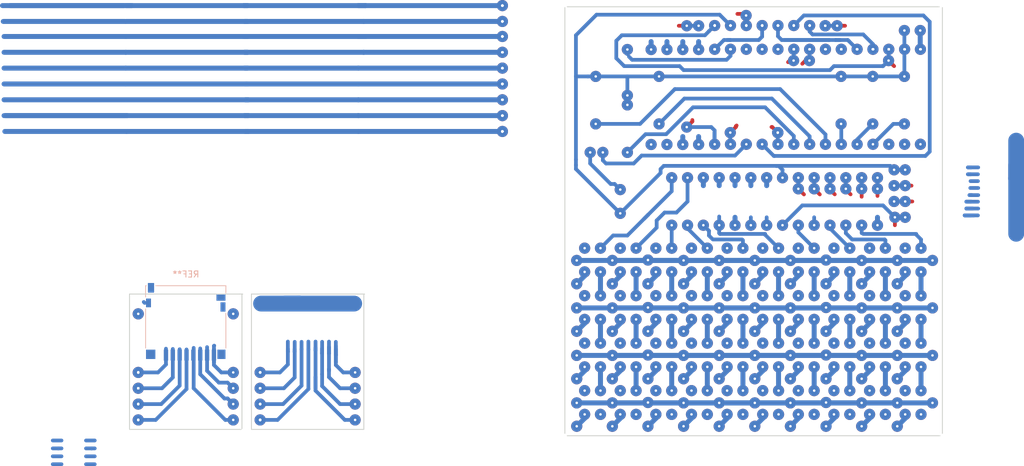
<source format=kicad_pcb>
(kicad_pcb (version 20171130) (host pcbnew "(5.0.1-3-g963ef8bb5)")

  (general
    (thickness 1.6)
    (drawings 12)
    (tracks 1142)
    (zones 0)
    (modules 1)
    (nets 1)
  )

  (page A4)
  (layers
    (0 F.Cu signal)
    (31 B.Cu signal)
    (32 B.Adhes user)
    (33 F.Adhes user)
    (34 B.Paste user)
    (35 F.Paste user)
    (36 B.SilkS user)
    (37 F.SilkS user)
    (38 B.Mask user)
    (39 F.Mask user)
    (40 Dwgs.User user)
    (41 Cmts.User user)
    (42 Eco1.User user)
    (43 Eco2.User user)
    (44 Edge.Cuts user)
    (45 Margin user)
    (46 B.CrtYd user)
    (47 F.CrtYd user)
    (48 B.Fab user)
    (49 F.Fab user)
  )

  (setup
    (last_trace_width 0.59944)
    (trace_clearance 0.2)
    (zone_clearance 0.508)
    (zone_45_only no)
    (trace_min 0.2)
    (segment_width 0.2)
    (edge_width 0.15)
    (via_size 1.8)
    (via_drill 0.4)
    (via_min_size 0.4)
    (via_min_drill 0.3)
    (uvia_size 0.3)
    (uvia_drill 0.1)
    (uvias_allowed no)
    (uvia_min_size 0.2)
    (uvia_min_drill 0.1)
    (pcb_text_width 0.3)
    (pcb_text_size 1.5 1.5)
    (mod_edge_width 0.15)
    (mod_text_size 1 1)
    (mod_text_width 0.15)
    (pad_size 1.524 1.524)
    (pad_drill 0.762)
    (pad_to_mask_clearance 0.051)
    (solder_mask_min_width 0.25)
    (aux_axis_origin 0 0)
    (visible_elements FFFFFF7F)
    (pcbplotparams
      (layerselection 0x010fc_ffffffff)
      (usegerberextensions false)
      (usegerberattributes false)
      (usegerberadvancedattributes false)
      (creategerberjobfile false)
      (excludeedgelayer true)
      (linewidth 0.150000)
      (plotframeref false)
      (viasonmask false)
      (mode 1)
      (useauxorigin false)
      (hpglpennumber 1)
      (hpglpenspeed 20)
      (hpglpendiameter 15.000000)
      (psnegative false)
      (psa4output false)
      (plotreference true)
      (plotvalue true)
      (plotinvisibletext false)
      (padsonsilk false)
      (subtractmaskfromsilk false)
      (outputformat 1)
      (mirror false)
      (drillshape 1)
      (scaleselection 1)
      (outputdirectory ""))
  )

  (net 0 "")

  (net_class Default "This is the default net class."
    (clearance 0.2)
    (trace_width 0.59944)
    (via_dia 1.8)
    (via_drill 0.4)
    (uvia_dia 0.3)
    (uvia_drill 0.1)
  )

  (net_class neti ""
    (clearance 0.2)
    (trace_width 0.59944)
    (via_dia 3)
    (via_drill 0.4)
    (uvia_dia 0.3)
    (uvia_drill 0.1)
  )

  (module Connector_Card:microSD_HC_Hirose_DM3D-SF (layer B.Cu) (tedit 5B82D16A) (tstamp 5DE970AC)
    (at 68.707 72.644 180)
    (descr "Micro SD, SMD, right-angle, push-pull (https://media.digikey.com/PDF/Data%20Sheets/Hirose%20PDFs/DM3D-SF.pdf)")
    (tags "Micro SD")
    (attr smd)
    (fp_text reference REF** (at -0.025 7.625 180) (layer B.SilkS)
      (effects (font (size 1 1) (thickness 0.15)) (justify mirror))
    )
    (fp_text value microSD_HC_Hirose_DM3D-SF (at -0.025 -6.975 180) (layer B.Fab)
      (effects (font (size 1 1) (thickness 0.15)) (justify mirror))
    )
    (fp_arc (start 5.475 -5.475) (end 5.475 -5.725) (angle -90) (layer B.Fab) (width 0.1))
    (fp_arc (start 4.725 -4.425) (end 4.725 -3.925) (angle -90) (layer B.Fab) (width 0.1))
    (fp_arc (start -5.525 -5.475) (end -5.275 -5.475) (angle -90) (layer B.Fab) (width 0.1))
    (fp_arc (start -4.775 -4.425) (end -5.275 -4.425) (angle -90) (layer B.Fab) (width 0.1))
    (fp_arc (start -5.025 -9.575) (end -5.025 -10.075) (angle -90) (layer B.Fab) (width 0.1))
    (fp_arc (start 4.975 -9.575) (end 5.475 -9.575) (angle -90) (layer B.Fab) (width 0.1))
    (fp_line (start 6.325 5.785) (end 6.435 5.785) (layer B.SilkS) (width 0.12))
    (fp_line (start 0.525 5.725) (end -1.975 5.725) (layer Dwgs.User) (width 0.1))
    (fp_line (start 6.375 -5.725) (end 6.375 5.725) (layer B.Fab) (width 0.1))
    (fp_line (start 3.575 -0.475) (end 3.575 1.525) (layer Dwgs.User) (width 0.1))
    (fp_line (start 3.075 -0.475) (end 3.575 0.975) (layer Dwgs.User) (width 0.1))
    (fp_line (start 2.575 -0.475) (end 3.275 1.525) (layer Dwgs.User) (width 0.1))
    (fp_line (start 2.075 -0.475) (end 2.775 1.525) (layer Dwgs.User) (width 0.1))
    (fp_line (start 1.575 -0.475) (end 2.275 1.525) (layer Dwgs.User) (width 0.1))
    (fp_line (start 1.075 -0.475) (end 1.775 1.525) (layer Dwgs.User) (width 0.1))
    (fp_line (start 0.575 -0.475) (end 1.275 1.525) (layer Dwgs.User) (width 0.1))
    (fp_line (start 0.075 -0.475) (end 0.775 1.525) (layer Dwgs.User) (width 0.1))
    (fp_line (start -0.425 -0.475) (end 0.275 1.525) (layer Dwgs.User) (width 0.1))
    (fp_line (start -0.925 -0.475) (end -0.225 1.525) (layer Dwgs.User) (width 0.1))
    (fp_line (start -1.425 -0.475) (end -0.725 1.525) (layer Dwgs.User) (width 0.1))
    (fp_line (start -1.925 -0.475) (end -1.225 1.525) (layer Dwgs.User) (width 0.1))
    (fp_line (start -2.425 -0.475) (end -1.725 1.525) (layer Dwgs.User) (width 0.1))
    (fp_line (start -2.925 -0.475) (end -2.225 1.525) (layer Dwgs.User) (width 0.1))
    (fp_line (start -3.425 -0.475) (end -2.725 1.525) (layer Dwgs.User) (width 0.1))
    (fp_line (start -4.425 -0.475) (end -3.725 1.525) (layer Dwgs.User) (width 0.1))
    (fp_line (start -6.375 -5.725) (end -6.375 5.725) (layer B.Fab) (width 0.1))
    (fp_line (start -4.925 -0.475) (end 3.575 -0.475) (layer Dwgs.User) (width 0.1))
    (fp_line (start 0.525 3.875) (end -1.975 3.875) (layer Dwgs.User) (width 0.1))
    (fp_line (start -4.925 1.525) (end 3.575 1.525) (layer Dwgs.User) (width 0.1))
    (fp_line (start -6.92 6.72) (end 6.88 6.72) (layer B.CrtYd) (width 0.05))
    (fp_line (start 6.88 6.72) (end 6.88 -6.28) (layer B.CrtYd) (width 0.05))
    (fp_line (start 6.88 -6.28) (end -6.92 -6.28) (layer B.CrtYd) (width 0.05))
    (fp_line (start -6.92 -6.28) (end -6.92 6.72) (layer B.CrtYd) (width 0.05))
    (fp_line (start -4.925 1.525) (end -4.925 -0.475) (layer Dwgs.User) (width 0.1))
    (fp_line (start -4.925 -0.475) (end -4.225 1.525) (layer Dwgs.User) (width 0.1))
    (fp_line (start -4.225 1.525) (end -3.725 1.525) (layer Dwgs.User) (width 0.1))
    (fp_line (start -3.925 -0.475) (end -3.225 1.525) (layer Dwgs.User) (width 0.1))
    (fp_line (start -3.225 1.525) (end -2.725 1.525) (layer Dwgs.User) (width 0.1))
    (fp_line (start -6.375 5.725) (end 6.375 5.725) (layer B.Fab) (width 0.1))
    (fp_line (start -1.975 5.725) (end -1.975 3.875) (layer Dwgs.User) (width 0.1))
    (fp_line (start 0.525 3.875) (end 0.525 5.725) (layer Dwgs.User) (width 0.1))
    (fp_line (start -1.925 3.875) (end -1.525 5.725) (layer Dwgs.User) (width 0.1))
    (fp_line (start -1.025 5.725) (end -1.525 3.875) (layer Dwgs.User) (width 0.1))
    (fp_line (start -1.025 3.875) (end -0.525 5.725) (layer Dwgs.User) (width 0.1))
    (fp_line (start -0.025 5.725) (end -0.525 3.875) (layer Dwgs.User) (width 0.1))
    (fp_line (start -0.025 3.875) (end 0.475 5.725) (layer Dwgs.User) (width 0.1))
    (fp_line (start -5.525 6.975) (end 4.175 6.975) (layer B.Fab) (width 0.1))
    (fp_line (start 4.175 5.725) (end 4.175 6.975) (layer B.Fab) (width 0.1))
    (fp_line (start -5.525 5.725) (end -5.525 6.975) (layer B.Fab) (width 0.1))
    (fp_line (start -4.775 -3.925) (end 4.725 -3.925) (layer B.Fab) (width 0.1))
    (fp_line (start -6.375 -5.725) (end -5.525 -5.725) (layer B.Fab) (width 0.1))
    (fp_line (start -5.275 -5.475) (end -5.275 -4.425) (layer B.Fab) (width 0.1))
    (fp_line (start 5.225 -5.475) (end 5.225 -4.425) (layer B.Fab) (width 0.1))
    (fp_line (start 5.475 -5.725) (end 6.375 -5.725) (layer B.Fab) (width 0.1))
    (fp_line (start -5.525 -5.725) (end -5.525 -9.575) (layer B.Fab) (width 0.1))
    (fp_line (start -5.025 -10.075) (end 4.975 -10.075) (layer B.Fab) (width 0.1))
    (fp_line (start 5.475 -9.575) (end 5.475 -5.725) (layer B.Fab) (width 0.1))
    (fp_line (start -6.435 4.625) (end -6.435 5.785) (layer B.SilkS) (width 0.12))
    (fp_line (start -6.435 5.785) (end 4.825 5.785) (layer B.SilkS) (width 0.12))
    (fp_line (start 6.435 5.785) (end 6.435 3.975) (layer B.SilkS) (width 0.12))
    (fp_line (start -6.435 1.375) (end -6.435 -4.225) (layer B.SilkS) (width 0.12))
    (fp_line (start 6.435 2.075) (end 6.435 -4.225) (layer B.SilkS) (width 0.12))
    (fp_text user KEEPOUT (at -0.725 4.8 180) (layer Cmts.User)
      (effects (font (size 0.4 0.4) (thickness 0.06)))
    )
    (fp_text user %R (at -0.025 -1.475 180) (layer B.Fab)
      (effects (font (size 1 1) (thickness 0.1)) (justify mirror))
    )
    (fp_text user KEEPOUT (at -0.275 0.525 180) (layer Cmts.User)
      (effects (font (size 1 1) (thickness 0.1)))
    )
    (pad 10 smd rect (at 5.575 5.45 180) (size 1 1.55) (layers B.Cu B.Paste B.Mask))
    (pad 11 smd rect (at 5.625 -5.225 180) (size 1.5 1.5) (layers B.Cu B.Paste B.Mask))
    (pad 1 smd rect (at 3.175 -5.35 180) (size 0.7 1.75) (layers B.Cu B.Paste B.Mask))
    (pad 2 smd rect (at 2.075 -5.35 180) (size 0.7 1.75) (layers B.Cu B.Paste B.Mask))
    (pad 3 smd rect (at 0.975 -5.35 180) (size 0.7 1.75) (layers B.Cu B.Paste B.Mask))
    (pad 4 smd rect (at -0.125 -5.35 180) (size 0.7 1.75) (layers B.Cu B.Paste B.Mask))
    (pad 5 smd rect (at -1.225 -5.35 180) (size 0.7 1.75) (layers B.Cu B.Paste B.Mask))
    (pad 6 smd rect (at -2.325 -5.35 180) (size 0.7 1.75) (layers B.Cu B.Paste B.Mask))
    (pad 7 smd rect (at -3.425 -5.35 180) (size 0.7 1.75) (layers B.Cu B.Paste B.Mask))
    (pad 11 smd rect (at 5.975 3.025 180) (size 0.8 1.4) (layers B.Cu B.Paste B.Mask))
    (pad 9 smd rect (at -5.65 3.875 180) (size 1.45 1) (layers B.Cu B.Paste B.Mask))
    (pad 11 smd rect (at -5.975 2.375 180) (size 0.8 1.5) (layers B.Cu B.Paste B.Mask))
    (pad 11 smd rect (at -5.725 -5.225 180) (size 1.3 1.5) (layers B.Cu B.Paste B.Mask))
    (pad 8 smd rect (at -4.525 -5.35 180) (size 0.7 1.75) (layers B.Cu B.Paste B.Mask))
    (model ${KISYS3DMOD}/Connector_Card.3dshapes/microSD_HC_Hirose_DM3D-SF.wrl
      (at (xyz 0 0 0))
      (scale (xyz 1 1 1))
      (rotate (xyz 0 0 0))
    )
  )

  (gr_line (start 129.54 90.551) (end 129.54 22.225) (layer Edge.Cuts) (width 0.15))
  (gr_line (start 189.738 90.932) (end 129.921 90.932) (layer Edge.Cuts) (width 0.15))
  (gr_line (start 190.119 22.225) (end 190.119 90.551) (layer Edge.Cuts) (width 0.15))
  (gr_line (start 129.921 22.098) (end 189.611 22.098) (layer Edge.Cuts) (width 0.15))
  (gr_line (start 79.248 68.199) (end 97.409 68.199) (layer Edge.Cuts) (width 0.15) (tstamp 5DE979D2))
  (gr_line (start 79.248 89.916) (end 97.155 89.916) (layer Edge.Cuts) (width 0.15) (tstamp 5DE979D1))
  (gr_line (start 79.248 68.199) (end 79.248 89.789) (layer Edge.Cuts) (width 0.15) (tstamp 5DE9797E))
  (gr_line (start 97.282 68.326) (end 97.282 89.916) (layer Edge.Cuts) (width 0.15) (tstamp 5DE9797D))
  (gr_line (start 59.69 68.199) (end 77.851 68.199) (layer Edge.Cuts) (width 0.15) (tstamp 5DE97775))
  (gr_line (start 59.69 89.916) (end 77.597 89.916) (layer Edge.Cuts) (width 0.15) (tstamp 5DE97775))
  (gr_line (start 59.69 68.199) (end 59.69 89.789) (layer Edge.Cuts) (width 0.15) (tstamp 5DE95758))
  (gr_line (start 77.724 68.199) (end 77.724 89.789) (layer Edge.Cuts) (width 0.15) (tstamp 5DE95757))

  (via (at 176.437583 28.920137) (size 1.2) (drill 0.4) (layers F.Cu B.Cu) (net 0) (tstamp 5E065D07))
  (via (at 186.597583 28.920137) (size 0.8) (drill 0.4) (layers F.Cu B.Cu) (net 0) (tstamp 5E065D08))
  (via (at 156.117583 44.160137) (size 1.8) (drill 0.4) (layers F.Cu B.Cu) (net 0) (tstamp 5E065D1A))
  (via (at 173.897583 44.160137) (size 1.8) (drill 0.4) (layers F.Cu B.Cu) (net 0) (tstamp 5E065D1B))
  (via (at 176.437583 44.160137) (size 1.8) (drill 0.4) (layers F.Cu B.Cu) (net 0) (tstamp 5E065D1C))
  (via (at 178.977583 44.160137) (size 1.8) (drill 0.4) (layers F.Cu B.Cu) (net 0) (tstamp 5E065D1D))
  (via (at 173.897583 28.920137) (size 0.8) (drill 0.4) (layers F.Cu B.Cu) (net 0) (tstamp 5E065D1E))
  (via (at 186.597583 28.920137) (size 1.8) (drill 0.4) (layers F.Cu B.Cu) (net 0) (tstamp 5E065D1F))
  (via (at 178.977583 28.920137) (size 0.8) (drill 0.4) (layers F.Cu B.Cu) (net 0) (tstamp 5E065D20))
  (via (at 181.517583 28.920137) (size 1.8) (drill 0.4) (layers F.Cu B.Cu) (net 0) (tstamp 5E065D21))
  (via (at 184.057583 28.920137) (size 1.8) (drill 0.4) (layers F.Cu B.Cu) (net 0) (tstamp 5E065D22))
  (via (at 176.437583 28.920137) (size 0.8) (drill 0.4) (layers F.Cu B.Cu) (net 0) (tstamp 5E065D23))
  (via (at 181.517583 28.920137) (size 0.8) (drill 0.4) (layers F.Cu B.Cu) (net 0) (tstamp 5E065D24))
  (via (at 186.597583 28.920137) (size 1.5) (drill 0.4) (layers F.Cu B.Cu) (net 0) (tstamp 5E065D25))
  (via (at 186.597583 28.920137) (size 0.8) (drill 0.4) (layers F.Cu B.Cu) (net 0) (tstamp 5E065D26))
  (via (at 184.057583 28.920137) (size 1.5) (drill 0.4) (layers F.Cu B.Cu) (net 0) (tstamp 5E065D27))
  (via (at 184.057583 28.920137) (size 0.8) (drill 0.4) (layers F.Cu B.Cu) (net 0) (tstamp 5E065D28))
  (via (at 176.437583 28.920137) (size 1.5) (drill 0.4) (layers F.Cu B.Cu) (net 0) (tstamp 5E065D29))
  (via (at 178.977583 28.920137) (size 0.8) (drill 0.4) (layers F.Cu B.Cu) (net 0) (tstamp 5E065D2A))
  (via (at 158.657583 28.920137) (size 0.8) (drill 0.4) (layers F.Cu B.Cu) (net 0) (tstamp 5E065D2B))
  (via (at 158.657583 28.920137) (size 1.8) (drill 0.4) (layers F.Cu B.Cu) (net 0) (tstamp 5E065D2C))
  (via (at 171.357583 28.920137) (size 1.8) (drill 0.4) (layers F.Cu B.Cu) (net 0) (tstamp 5E065D2D))
  (via (at 181.517583 28.920137) (size 0.8) (drill 0.4) (layers F.Cu B.Cu) (net 0) (tstamp 5E065D2E))
  (via (at 178.977583 28.920137) (size 1.5) (drill 0.4) (layers F.Cu B.Cu) (net 0) (tstamp 5E065D2F))
  (via (at 184.057583 28.920137) (size 0.8) (drill 0.4) (layers F.Cu B.Cu) (net 0) (tstamp 5E065D30))
  (via (at 181.517583 28.920137) (size 1.5) (drill 0.4) (layers F.Cu B.Cu) (net 0) (tstamp 5E065D31))
  (via (at 173.897583 28.920137) (size 1.5) (drill 0.4) (layers F.Cu B.Cu) (net 0) (tstamp 5E065D32))
  (via (at 173.897583 28.920137) (size 0.8) (drill 0.4) (layers F.Cu B.Cu) (net 0) (tstamp 5E065D33))
  (via (at 171.357583 28.920137) (size 1.5) (drill 0.4) (layers F.Cu B.Cu) (net 0) (tstamp 5E065D34))
  (via (at 171.357583 28.920137) (size 0.8) (drill 0.4) (layers F.Cu B.Cu) (net 0) (tstamp 5E065D35))
  (via (at 168.817583 28.920137) (size 1.5) (drill 0.4) (layers F.Cu B.Cu) (net 0) (tstamp 5E065D36))
  (via (at 168.817583 28.920137) (size 0.8) (drill 0.4) (layers F.Cu B.Cu) (net 0) (tstamp 5E065D37))
  (via (at 166.277583 28.920137) (size 1.5) (drill 0.4) (layers F.Cu B.Cu) (net 0) (tstamp 5E065D38))
  (via (at 166.277583 28.920137) (size 0.8) (drill 0.4) (layers F.Cu B.Cu) (net 0) (tstamp 5E065D39))
  (via (at 163.737583 28.920137) (size 1.5) (drill 0.4) (layers F.Cu B.Cu) (net 0) (tstamp 5E065D3A))
  (via (at 163.737583 28.920137) (size 0.8) (drill 0.4) (layers F.Cu B.Cu) (net 0) (tstamp 5E065D3B))
  (via (at 161.197583 28.920137) (size 1.5) (drill 0.4) (layers F.Cu B.Cu) (net 0) (tstamp 5E065D3C))
  (via (at 161.197583 28.920137) (size 0.8) (drill 0.4) (layers F.Cu B.Cu) (net 0) (tstamp 5E065D3D))
  (via (at 158.657583 28.920137) (size 1.5) (drill 0.4) (layers F.Cu B.Cu) (net 0) (tstamp 5E065D3E))
  (via (at 158.657583 28.920137) (size 0.8) (drill 0.4) (layers F.Cu B.Cu) (net 0) (tstamp 5E065D3F))
  (via (at 156.117583 28.920137) (size 1.5) (drill 0.4) (layers F.Cu B.Cu) (net 0) (tstamp 5E065D40))
  (via (at 158.657583 44.160137) (size 1.8) (drill 0.4) (layers F.Cu B.Cu) (net 0) (tstamp 5E065D41))
  (via (at 156.117583 28.920137) (size 0.8) (drill 0.4) (layers F.Cu B.Cu) (net 0) (tstamp 5E065D42))
  (via (at 163.737583 44.160137) (size 1.8) (drill 0.4) (layers F.Cu B.Cu) (net 0) (tstamp 5E065D43))
  (via (at 153.577583 28.920137) (size 1.5) (drill 0.4) (layers F.Cu B.Cu) (net 0) (tstamp 5E065D44))
  (via (at 153.577583 28.920137) (size 0.8) (drill 0.4) (layers F.Cu B.Cu) (net 0) (tstamp 5E065D45))
  (via (at 161.197583 44.160137) (size 1.8) (drill 0.4) (layers F.Cu B.Cu) (net 0) (tstamp 5E065D46))
  (via (at 153.577583 28.920137) (size 1.5) (drill 0.4) (layers F.Cu B.Cu) (net 0) (tstamp 5E065D47))
  (via (at 153.577583 28.920137) (size 0.8) (drill 0.4) (layers F.Cu B.Cu) (net 0) (tstamp 5E065D48))
  (via (at 153.577583 28.920137) (size 1.2) (drill 0.4) (layers F.Cu B.Cu) (net 0) (tstamp 5E065D49))
  (via (at 153.577583 28.920137) (size 0.8) (drill 0.4) (layers F.Cu B.Cu) (net 0) (tstamp 5E065D4A))
  (via (at 156.117583 28.920137) (size 1.2) (drill 0.4) (layers F.Cu B.Cu) (net 0) (tstamp 5E065D4B))
  (via (at 176.437583 28.920137) (size 1.8) (drill 0.4) (layers F.Cu B.Cu) (net 0) (tstamp 5E065D4C))
  (via (at 156.117583 28.920137) (size 0.8) (drill 0.4) (layers F.Cu B.Cu) (net 0) (tstamp 5E065D4D))
  (via (at 186.597583 44.160137) (size 1.8) (drill 0.4) (layers F.Cu B.Cu) (net 0) (tstamp 5E065D4F))
  (via (at 184.057583 44.160137) (size 1.8) (drill 0.4) (layers F.Cu B.Cu) (net 0) (tstamp 5E065D50))
  (via (at 181.517583 44.160137) (size 1.8) (drill 0.4) (layers F.Cu B.Cu) (net 0) (tstamp 5E065D51))
  (via (at 153.577583 28.920137) (size 1.8) (drill 0.4) (layers F.Cu B.Cu) (net 0) (tstamp 5E065D52))
  (via (at 153.577583 28.920137) (size 0.8) (drill 0.4) (layers F.Cu B.Cu) (net 0) (tstamp 5E065D53))
  (via (at 156.117583 28.920137) (size 1.8) (drill 0.4) (layers F.Cu B.Cu) (net 0) (tstamp 5E065D54))
  (via (at 156.117583 28.920137) (size 0.8) (drill 0.4) (layers F.Cu B.Cu) (net 0) (tstamp 5E065D55))
  (via (at 173.897583 28.920137) (size 1.8) (drill 0.4) (layers F.Cu B.Cu) (net 0) (tstamp 5E065D56))
  (via (at 166.277583 44.160137) (size 1.8) (drill 0.4) (layers F.Cu B.Cu) (net 0) (tstamp 5E065D57))
  (via (at 158.657583 28.920137) (size 1.2) (drill 0.4) (layers F.Cu B.Cu) (net 0) (tstamp 5E065D58))
  (via (at 158.657583 28.920137) (size 0.8) (drill 0.4) (layers F.Cu B.Cu) (net 0) (tstamp 5E065D59))
  (via (at 161.197583 28.920137) (size 1.2) (drill 0.4) (layers F.Cu B.Cu) (net 0) (tstamp 5E065D5A))
  (via (at 161.197583 28.920137) (size 0.8) (drill 0.4) (layers F.Cu B.Cu) (net 0) (tstamp 5E065D5B))
  (via (at 163.737583 28.920137) (size 1.2) (drill 0.4) (layers F.Cu B.Cu) (net 0) (tstamp 5E065D5C))
  (via (at 163.737583 28.920137) (size 0.8) (drill 0.4) (layers F.Cu B.Cu) (net 0) (tstamp 5E065D5D))
  (via (at 166.277583 28.920137) (size 1.2) (drill 0.4) (layers F.Cu B.Cu) (net 0) (tstamp 5E065D5E))
  (via (at 166.277583 28.920137) (size 0.8) (drill 0.4) (layers F.Cu B.Cu) (net 0) (tstamp 5E065D5F))
  (via (at 168.817583 28.920137) (size 1.2) (drill 0.4) (layers F.Cu B.Cu) (net 0) (tstamp 5E065D60))
  (via (at 168.817583 28.920137) (size 0.8) (drill 0.4) (layers F.Cu B.Cu) (net 0) (tstamp 5E065D61))
  (via (at 171.357583 28.920137) (size 1.2) (drill 0.4) (layers F.Cu B.Cu) (net 0) (tstamp 5E065D62))
  (via (at 171.357583 28.920137) (size 0.8) (drill 0.4) (layers F.Cu B.Cu) (net 0) (tstamp 5E065D63))
  (via (at 173.897583 28.920137) (size 1.2) (drill 0.4) (layers F.Cu B.Cu) (net 0) (tstamp 5E065D64))
  (via (at 173.897583 28.920137) (size 0.8) (drill 0.4) (layers F.Cu B.Cu) (net 0) (tstamp 5E065D65))
  (via (at 176.437583 28.920137) (size 0.8) (drill 0.4) (layers F.Cu B.Cu) (net 0) (tstamp 5E065D66))
  (via (at 184.057583 28.920137) (size 0.8) (drill 0.4) (layers F.Cu B.Cu) (net 0) (tstamp 5E065D67))
  (via (at 186.597583 28.920137) (size 1.2) (drill 0.4) (layers F.Cu B.Cu) (net 0) (tstamp 5E065D68))
  (via (at 176.437583 28.920137) (size 0.8) (drill 0.4) (layers F.Cu B.Cu) (net 0) (tstamp 5E065D69))
  (via (at 156.117583 28.920137) (size 0.8) (drill 0.4) (layers F.Cu B.Cu) (net 0) (tstamp 5E065D6A))
  (via (at 161.197583 28.920137) (size 1.8) (drill 0.4) (layers F.Cu B.Cu) (net 0) (tstamp 5E065D6B))
  (via (at 153.577583 44.160137) (size 1.8) (drill 0.4) (layers F.Cu B.Cu) (net 0) (tstamp 5E065D6C))
  (via (at 176.437583 28.920137) (size 0.8) (drill 0.4) (layers F.Cu B.Cu) (net 0) (tstamp 5E065D6D))
  (via (at 153.577583 28.920137) (size 0.8) (drill 0.4) (layers F.Cu B.Cu) (net 0) (tstamp 5E065D6E))
  (via (at 173.897583 28.920137) (size 0.8) (drill 0.4) (layers F.Cu B.Cu) (net 0) (tstamp 5E065D6F))
  (via (at 158.657583 28.920137) (size 0.8) (drill 0.4) (layers F.Cu B.Cu) (net 0) (tstamp 5E065D71))
  (via (at 176.437583 28.920137) (size 0.8) (drill 0.4) (layers F.Cu B.Cu) (net 0) (tstamp 5E065D72))
  (via (at 171.357583 28.920137) (size 0.8) (drill 0.4) (layers F.Cu B.Cu) (net 0) (tstamp 5E065D73))
  (via (at 168.817583 28.920137) (size 0.8) (drill 0.4) (layers F.Cu B.Cu) (net 0) (tstamp 5E065D74))
  (via (at 166.277583 28.920137) (size 0.8) (drill 0.4) (layers F.Cu B.Cu) (net 0) (tstamp 5E065D75))
  (via (at 163.737583 28.920137) (size 0.8) (drill 0.4) (layers F.Cu B.Cu) (net 0) (tstamp 5E065D76))
  (via (at 161.197583 28.920137) (size 0.8) (drill 0.4) (layers F.Cu B.Cu) (net 0) (tstamp 5E065D77))
  (via (at 171.357583 44.160137) (size 1.8) (drill 0.4) (layers F.Cu B.Cu) (net 0) (tstamp 5E065D78))
  (via (at 178.977583 28.920137) (size 0.8) (drill 0.4) (layers F.Cu B.Cu) (net 0) (tstamp 5E065D79))
  (via (at 168.817583 44.160137) (size 1.8) (drill 0.4) (layers F.Cu B.Cu) (net 0) (tstamp 5E065D7A))
  (via (at 181.517583 28.920137) (size 0.8) (drill 0.4) (layers F.Cu B.Cu) (net 0) (tstamp 5E065D7B))
  (via (at 186.597583 28.920137) (size 0.8) (drill 0.4) (layers F.Cu B.Cu) (net 0) (tstamp 5E065D7C))
  (via (at 153.577583 28.920137) (size 0.8) (drill 0.4) (layers F.Cu B.Cu) (net 0) (tstamp 5E065D7D))
  (via (at 153.577583 28.920137) (size 1.2) (drill 0.4) (layers F.Cu B.Cu) (net 0) (tstamp 5E065D7E))
  (via (at 176.437583 28.920137) (size 0.8) (drill 0.4) (layers F.Cu B.Cu) (net 0) (tstamp 5E065D7F))
  (via (at 178.977583 28.920137) (size 1.2) (drill 0.4) (layers F.Cu B.Cu) (net 0) (tstamp 5E065D80))
  (via (at 178.977583 28.920137) (size 0.8) (drill 0.4) (layers F.Cu B.Cu) (net 0) (tstamp 5E065D81))
  (via (at 181.517583 28.920137) (size 1.2) (drill 0.4) (layers F.Cu B.Cu) (net 0) (tstamp 5E065D82))
  (via (at 181.517583 28.920137) (size 0.8) (drill 0.4) (layers F.Cu B.Cu) (net 0) (tstamp 5E065D83))
  (via (at 184.057583 28.920137) (size 1.2) (drill 0.4) (layers F.Cu B.Cu) (net 0) (tstamp 5E065D84))
  (via (at 168.817583 28.920137) (size 0.8) (drill 0.4) (layers F.Cu B.Cu) (net 0) (tstamp 5E065D85))
  (via (at 171.357583 28.920137) (size 0.8) (drill 0.4) (layers F.Cu B.Cu) (net 0) (tstamp 5E065D86))
  (via (at 178.977583 28.920137) (size 1.8) (drill 0.4) (layers F.Cu B.Cu) (net 0) (tstamp 5E065D87))
  (via (at 161.197583 28.920137) (size 0.8) (drill 0.4) (layers F.Cu B.Cu) (net 0) (tstamp 5E065D88))
  (via (at 163.737583 28.920137) (size 1.8) (drill 0.4) (layers F.Cu B.Cu) (net 0) (tstamp 5E065D89))
  (via (at 184.057583 28.920137) (size 0.8) (drill 0.4) (layers F.Cu B.Cu) (net 0) (tstamp 5E065D8A))
  (via (at 163.737583 28.920137) (size 0.8) (drill 0.4) (layers F.Cu B.Cu) (net 0) (tstamp 5E065D8B))
  (via (at 186.597583 28.920137) (size 0.8) (drill 0.4) (layers F.Cu B.Cu) (net 0) (tstamp 5E065D8C))
  (via (at 166.277583 28.920137) (size 1.8) (drill 0.4) (layers F.Cu B.Cu) (net 0) (tstamp 5E065D8D))
  (via (at 166.277583 28.920137) (size 0.8) (drill 0.4) (layers F.Cu B.Cu) (net 0) (tstamp 5E065D8E))
  (via (at 168.817583 28.920137) (size 1.8) (drill 0.4) (layers F.Cu B.Cu) (net 0) (tstamp 5E065D8F))
  (via (at 153.577583 25.110137) (size 1.8) (drill 0.4) (layers F.Cu B.Cu) (net 0) (tstamp 5E065F9A))
  (via (at 158.657583 25.110137) (size 1.8) (drill 0.4) (layers F.Cu B.Cu) (net 0) (tstamp 5E065F9B))
  (via (at 158.657583 25.110137) (size 0.8) (drill 0.4) (layers F.Cu B.Cu) (net 0) (tstamp 5E065F9C))
  (via (at 153.577583 25.110137) (size 1.2) (drill 0.4) (layers F.Cu B.Cu) (net 0) (tstamp 5E065F9D))
  (via (at 153.577583 25.110137) (size 1.5) (drill 0.4) (layers F.Cu B.Cu) (net 0) (tstamp 5E065F9E))
  (via (at 153.577583 25.110137) (size 0.8) (drill 0.4) (layers F.Cu B.Cu) (net 0) (tstamp 5E065F9F))
  (via (at 153.577583 25.110137) (size 0.8) (drill 0.4) (layers F.Cu B.Cu) (net 0) (tstamp 5E065FA0))
  (via (at 156.117583 25.110137) (size 0.8) (drill 0.4) (layers F.Cu B.Cu) (net 0) (tstamp 5E065FA1))
  (via (at 168.817583 25.110137) (size 0.8) (drill 0.4) (layers F.Cu B.Cu) (net 0) (tstamp 5E065FA2))
  (via (at 153.577583 25.110137) (size 0.8) (drill 0.4) (layers F.Cu B.Cu) (net 0) (tstamp 5E065FA3))
  (via (at 156.117583 25.110137) (size 1.2) (drill 0.4) (layers F.Cu B.Cu) (net 0) (tstamp 5E065FA4))
  (via (at 156.117583 25.110137) (size 0.8) (drill 0.4) (layers F.Cu B.Cu) (net 0) (tstamp 5E065FA5))
  (via (at 156.117583 25.110137) (size 1.5) (drill 0.4) (layers F.Cu B.Cu) (net 0) (tstamp 5E065FA6))
  (via (at 153.577583 25.110137) (size 0.8) (drill 0.4) (layers F.Cu B.Cu) (net 0) (tstamp 5E065FA7))
  (via (at 158.657583 25.110137) (size 0.8) (drill 0.4) (layers F.Cu B.Cu) (net 0) (tstamp 5E065FA8))
  (via (at 158.657583 25.110137) (size 1.5) (drill 0.4) (layers F.Cu B.Cu) (net 0) (tstamp 5E065FA9))
  (via (at 163.737583 25.110137) (size 1.5) (drill 0.4) (layers F.Cu B.Cu) (net 0) (tstamp 5E065FAA))
  (via (at 166.277583 25.110137) (size 0.8) (drill 0.4) (layers F.Cu B.Cu) (net 0) (tstamp 5E065FAB))
  (via (at 158.657583 25.110137) (size 1.2) (drill 0.4) (layers F.Cu B.Cu) (net 0) (tstamp 5E065FAC))
  (via (at 163.737583 25.110137) (size 1.2) (drill 0.4) (layers F.Cu B.Cu) (net 0) (tstamp 5E065FAD))
  (via (at 163.737583 25.110137) (size 0.8) (drill 0.4) (layers F.Cu B.Cu) (net 0) (tstamp 5E065FAE))
  (via (at 166.277583 25.110137) (size 1.2) (drill 0.4) (layers F.Cu B.Cu) (net 0) (tstamp 5E065FAF))
  (via (at 156.117583 25.110137) (size 0.8) (drill 0.4) (layers F.Cu B.Cu) (net 0) (tstamp 5E065FB0))
  (via (at 153.577583 25.110137) (size 0.8) (drill 0.4) (layers F.Cu B.Cu) (net 0) (tstamp 5E065FB1))
  (via (at 168.817583 25.110137) (size 0.8) (drill 0.4) (layers F.Cu B.Cu) (net 0) (tstamp 5E065FB2))
  (via (at 166.277583 25.110137) (size 0.8) (drill 0.4) (layers F.Cu B.Cu) (net 0) (tstamp 5E065FB3))
  (via (at 163.737583 25.110137) (size 0.8) (drill 0.4) (layers F.Cu B.Cu) (net 0) (tstamp 5E065FB4))
  (via (at 161.197583 25.110137) (size 0.8) (drill 0.4) (layers F.Cu B.Cu) (net 0) (tstamp 5E065FB5))
  (via (at 166.277583 25.110137) (size 1.8) (drill 0.4) (layers F.Cu B.Cu) (net 0) (tstamp 5E065FB6))
  (via (at 166.277583 25.110137) (size 0.8) (drill 0.4) (layers F.Cu B.Cu) (net 0) (tstamp 5E065FB7))
  (via (at 163.737583 25.110137) (size 0.8) (drill 0.4) (layers F.Cu B.Cu) (net 0) (tstamp 5E065FB8))
  (via (at 168.817583 25.110137) (size 0.8) (drill 0.4) (layers F.Cu B.Cu) (net 0) (tstamp 5E065FB9))
  (via (at 163.737583 25.110137) (size 1.8) (drill 0.4) (layers F.Cu B.Cu) (net 0) (tstamp 5E065FBA))
  (via (at 153.577583 25.110137) (size 1.2) (drill 0.4) (layers F.Cu B.Cu) (net 0) (tstamp 5E065FBB))
  (via (at 153.577583 25.110137) (size 0.8) (drill 0.4) (layers F.Cu B.Cu) (net 0) (tstamp 5E065FBC))
  (via (at 161.197583 25.110137) (size 0.8) (drill 0.4) (layers F.Cu B.Cu) (net 0) (tstamp 5E065FBD))
  (via (at 158.657583 25.110137) (size 0.8) (drill 0.4) (layers F.Cu B.Cu) (net 0) (tstamp 5E065FBE))
  (via (at 161.197583 25.110137) (size 1.8) (drill 0.4) (layers F.Cu B.Cu) (net 0) (tstamp 5E065FBF))
  (via (at 168.817583 25.110137) (size 1.2) (drill 0.4) (layers F.Cu B.Cu) (net 0) (tstamp 5E065FC0))
  (via (at 168.817583 25.110137) (size 0.8) (drill 0.4) (layers F.Cu B.Cu) (net 0) (tstamp 5E065FC1))
  (via (at 161.197583 25.110137) (size 1.2) (drill 0.4) (layers F.Cu B.Cu) (net 0) (tstamp 5E065FC2))
  (via (at 161.197583 25.110137) (size 0.8) (drill 0.4) (layers F.Cu B.Cu) (net 0) (tstamp 5E065FC3))
  (via (at 166.277583 25.110137) (size 0.8) (drill 0.4) (layers F.Cu B.Cu) (net 0) (tstamp 5E065FC4))
  (via (at 156.117583 25.110137) (size 1.8) (drill 0.4) (layers F.Cu B.Cu) (net 0) (tstamp 5E065FC5))
  (via (at 156.117583 25.110137) (size 0.8) (drill 0.4) (layers F.Cu B.Cu) (net 0) (tstamp 5E065FC6))
  (via (at 158.657583 25.110137) (size 0.8) (drill 0.4) (layers F.Cu B.Cu) (net 0) (tstamp 5E065FC7))
  (via (at 161.197583 25.110137) (size 1.5) (drill 0.4) (layers F.Cu B.Cu) (net 0) (tstamp 5E065FC8))
  (via (at 163.737583 25.110137) (size 0.8) (drill 0.4) (layers F.Cu B.Cu) (net 0) (tstamp 5E065FC9))
  (via (at 166.277583 25.110137) (size 1.5) (drill 0.4) (layers F.Cu B.Cu) (net 0) (tstamp 5E065FCA))
  (via (at 153.577583 25.110137) (size 1.5) (drill 0.4) (layers F.Cu B.Cu) (net 0) (tstamp 5E065FCB))
  (via (at 161.197583 25.110137) (size 0.8) (drill 0.4) (layers F.Cu B.Cu) (net 0) (tstamp 5E065FCC))
  (via (at 168.817583 25.110137) (size 0.8) (drill 0.4) (layers F.Cu B.Cu) (net 0) (tstamp 5E0661A3))
  (via (at 168.817583 25.110137) (size 1.8) (drill 0.4) (layers F.Cu B.Cu) (net 0))
  (via (at 184.023 33.274) (size 1.8) (drill 0.4) (layers F.Cu B.Cu) (net 0))
  (via (at 184.023 40.894) (size 1.8) (drill 0.4) (layers F.Cu B.Cu) (net 0))
  (via (at 178.943 40.894) (size 1.8) (drill 0.4) (layers F.Cu B.Cu) (net 0))
  (via (at 173.863 40.894) (size 1.8) (drill 0.4) (layers F.Cu B.Cu) (net 0))
  (via (at 178.943 33.274) (size 1.8) (drill 0.4) (layers F.Cu B.Cu) (net 0))
  (via (at 173.863 33.274) (size 1.8) (drill 0.4) (layers F.Cu B.Cu) (net 0))
  (segment (start 184.057583 33.239417) (end 184.023 33.274) (width 1) (layer B.Cu) (net 0))
  (segment (start 144.687583 33.239417) (end 144.653 33.274) (width 1) (layer B.Cu) (net 0) (tstamp 5E0772AE))
  (via (at 144.653 33.274) (size 1.8) (drill 0.4) (layers F.Cu B.Cu) (net 0) (tstamp 5E0772B0))
  (segment (start 134.527583 33.112417) (end 134.493 33.147) (width 1) (layer B.Cu) (net 0) (tstamp 5E0772AE))
  (via (at 134.493 33.274) (size 1.8) (drill 0.4) (layers F.Cu B.Cu) (net 0) (tstamp 5E0772B0))
  (via (at 134.493 40.894) (size 1.8) (drill 0.4) (layers F.Cu B.Cu) (net 0) (tstamp 5E0772B1))
  (via (at 144.653 40.894) (size 1.8) (drill 0.4) (layers F.Cu B.Cu) (net 0) (tstamp 5E0772B1))
  (via (at 139.573 28.956) (size 1.8) (drill 0.4) (layers F.Cu B.Cu) (net 0) (tstamp 5E07763C))
  (via (at 139.573 36.322) (size 1.8) (drill 0.4) (layers F.Cu B.Cu) (net 0) (tstamp 5E07763D))
  (segment (start 139.607583 37.811417) (end 139.573 37.846) (width 1) (layer B.Cu) (net 0) (tstamp 5E07763B))
  (via (at 139.573 37.846) (size 1.8) (drill 0.4) (layers F.Cu B.Cu) (net 0) (tstamp 5E07763C))
  (via (at 139.573 45.466) (size 1.8) (drill 0.4) (layers F.Cu B.Cu) (net 0) (tstamp 5E07763D))
  (segment (start 134.62 33.274) (end 134.493 33.147) (width 1) (layer B.Cu) (net 0))
  (segment (start 184.023 25.908) (end 184.023 25.908) (width 0.8) (layer B.Cu) (net 0))
  (segment (start 139.573 29.083) (end 139.573 29.591) (width 0.8) (layer B.Cu) (net 0))
  (via (at 184.023 25.908) (size 1.8) (drill 0.4) (layers F.Cu B.Cu) (net 0))
  (via (at 186.563 25.908) (size 1.8) (drill 0.4) (layers F.Cu B.Cu) (net 0))
  (segment (start 186.563 28.885554) (end 186.597583 28.920137) (width 0.8) (layer B.Cu) (net 0))
  (segment (start 186.563 25.908) (end 186.563 28.885554) (width 0.8) (layer B.Cu) (net 0))
  (via (at 119.519183 42.104625) (size 1.8) (drill 0.4) (layers F.Cu B.Cu) (net 0) (tstamp 5E0A4FCC))
  (via (at 119.519183 37.024625) (size 1.8) (drill 0.4) (layers F.Cu B.Cu) (net 0) (tstamp 5E0A4FCD))
  (via (at 119.519183 37.024625) (size 0.8) (drill 0.4) (layers F.Cu B.Cu) (net 0) (tstamp 5E0A4FCE))
  (via (at 119.519183 42.104625) (size 1.2) (drill 0.4) (layers F.Cu B.Cu) (net 0) (tstamp 5E0A4FCF))
  (via (at 119.519183 42.104625) (size 1.5) (drill 0.4) (layers F.Cu B.Cu) (net 0) (tstamp 5E0A4FD0))
  (via (at 119.519183 42.104625) (size 0.8) (drill 0.4) (layers F.Cu B.Cu) (net 0) (tstamp 5E0A4FD1))
  (via (at 119.519183 42.104625) (size 0.8) (drill 0.4) (layers F.Cu B.Cu) (net 0) (tstamp 5E0A4FD2))
  (via (at 119.519183 39.564625) (size 0.8) (drill 0.4) (layers F.Cu B.Cu) (net 0) (tstamp 5E0A4FD3))
  (via (at 119.519183 26.864625) (size 0.8) (drill 0.4) (layers F.Cu B.Cu) (net 0) (tstamp 5E0A4FD4))
  (via (at 119.519183 42.104625) (size 0.8) (drill 0.4) (layers F.Cu B.Cu) (net 0) (tstamp 5E0A4FD5))
  (via (at 119.519183 39.564625) (size 1.2) (drill 0.4) (layers F.Cu B.Cu) (net 0) (tstamp 5E0A4FD6))
  (via (at 119.519183 39.564625) (size 0.8) (drill 0.4) (layers F.Cu B.Cu) (net 0) (tstamp 5E0A4FD7))
  (via (at 119.519183 39.564625) (size 1.5) (drill 0.4) (layers F.Cu B.Cu) (net 0) (tstamp 5E0A4FD8))
  (via (at 119.519183 42.104625) (size 0.8) (drill 0.4) (layers F.Cu B.Cu) (net 0) (tstamp 5E0A4FD9))
  (via (at 119.519183 37.024625) (size 0.8) (drill 0.4) (layers F.Cu B.Cu) (net 0) (tstamp 5E0A4FDA))
  (via (at 119.519183 37.024625) (size 1.5) (drill 0.4) (layers F.Cu B.Cu) (net 0) (tstamp 5E0A4FDB))
  (via (at 119.519183 31.944625) (size 1.5) (drill 0.4) (layers F.Cu B.Cu) (net 0) (tstamp 5E0A4FDC))
  (via (at 119.519183 29.404625) (size 0.8) (drill 0.4) (layers F.Cu B.Cu) (net 0) (tstamp 5E0A4FDD))
  (via (at 119.519183 37.024625) (size 1.2) (drill 0.4) (layers F.Cu B.Cu) (net 0) (tstamp 5E0A4FDE))
  (via (at 119.519183 31.944625) (size 1.2) (drill 0.4) (layers F.Cu B.Cu) (net 0) (tstamp 5E0A4FDF))
  (via (at 119.519183 31.944625) (size 0.8) (drill 0.4) (layers F.Cu B.Cu) (net 0) (tstamp 5E0A4FE0))
  (via (at 119.519183 29.404625) (size 1.2) (drill 0.4) (layers F.Cu B.Cu) (net 0) (tstamp 5E0A4FE1))
  (via (at 119.519183 39.564625) (size 0.8) (drill 0.4) (layers F.Cu B.Cu) (net 0) (tstamp 5E0A4FE2))
  (via (at 119.519183 42.104625) (size 0.8) (drill 0.4) (layers F.Cu B.Cu) (net 0) (tstamp 5E0A4FE3))
  (via (at 119.519183 26.864625) (size 0.8) (drill 0.4) (layers F.Cu B.Cu) (net 0) (tstamp 5E0A4FE4))
  (via (at 119.519183 29.404625) (size 0.8) (drill 0.4) (layers F.Cu B.Cu) (net 0) (tstamp 5E0A4FE5))
  (via (at 119.519183 31.944625) (size 0.8) (drill 0.4) (layers F.Cu B.Cu) (net 0) (tstamp 5E0A4FE6))
  (via (at 119.519183 34.484625) (size 0.8) (drill 0.4) (layers F.Cu B.Cu) (net 0) (tstamp 5E0A4FE7))
  (via (at 119.519183 29.404625) (size 1.8) (drill 0.4) (layers F.Cu B.Cu) (net 0) (tstamp 5E0A4FE8))
  (via (at 119.519183 29.404625) (size 0.8) (drill 0.4) (layers F.Cu B.Cu) (net 0) (tstamp 5E0A4FE9))
  (via (at 119.519183 31.944625) (size 0.8) (drill 0.4) (layers F.Cu B.Cu) (net 0) (tstamp 5E0A4FEA))
  (via (at 119.519183 26.864625) (size 0.8) (drill 0.4) (layers F.Cu B.Cu) (net 0) (tstamp 5E0A4FEB))
  (via (at 119.519183 31.944625) (size 1.8) (drill 0.4) (layers F.Cu B.Cu) (net 0) (tstamp 5E0A4FEC))
  (via (at 119.519183 42.104625) (size 1.2) (drill 0.4) (layers F.Cu B.Cu) (net 0) (tstamp 5E0A4FED))
  (via (at 119.519183 42.104625) (size 0.8) (drill 0.4) (layers F.Cu B.Cu) (net 0) (tstamp 5E0A4FEE))
  (via (at 119.519183 34.484625) (size 0.8) (drill 0.4) (layers F.Cu B.Cu) (net 0) (tstamp 5E0A4FEF))
  (via (at 119.519183 37.024625) (size 0.8) (drill 0.4) (layers F.Cu B.Cu) (net 0) (tstamp 5E0A4FF0))
  (via (at 119.519183 34.484625) (size 1.8) (drill 0.4) (layers F.Cu B.Cu) (net 0) (tstamp 5E0A4FF1))
  (via (at 119.519183 26.864625) (size 1.2) (drill 0.4) (layers F.Cu B.Cu) (net 0) (tstamp 5E0A4FF2))
  (via (at 119.519183 26.864625) (size 0.8) (drill 0.4) (layers F.Cu B.Cu) (net 0) (tstamp 5E0A4FF3))
  (via (at 119.519183 34.484625) (size 1.2) (drill 0.4) (layers F.Cu B.Cu) (net 0) (tstamp 5E0A4FF4))
  (via (at 119.519183 34.484625) (size 0.8) (drill 0.4) (layers F.Cu B.Cu) (net 0) (tstamp 5E0A4FF5))
  (via (at 119.519183 29.404625) (size 0.8) (drill 0.4) (layers F.Cu B.Cu) (net 0) (tstamp 5E0A4FF6))
  (via (at 119.519183 39.564625) (size 1.8) (drill 0.4) (layers F.Cu B.Cu) (net 0) (tstamp 5E0A4FF7))
  (via (at 119.519183 39.564625) (size 0.8) (drill 0.4) (layers F.Cu B.Cu) (net 0) (tstamp 5E0A4FF8))
  (via (at 119.519183 37.024625) (size 0.8) (drill 0.4) (layers F.Cu B.Cu) (net 0) (tstamp 5E0A4FF9))
  (via (at 119.519183 34.484625) (size 1.5) (drill 0.4) (layers F.Cu B.Cu) (net 0) (tstamp 5E0A4FFA))
  (via (at 119.519183 31.944625) (size 0.8) (drill 0.4) (layers F.Cu B.Cu) (net 0) (tstamp 5E0A4FFB))
  (via (at 119.519183 29.404625) (size 1.5) (drill 0.4) (layers F.Cu B.Cu) (net 0) (tstamp 5E0A4FFC))
  (via (at 119.519183 42.104625) (size 1.5) (drill 0.4) (layers F.Cu B.Cu) (net 0) (tstamp 5E0A4FFD))
  (via (at 119.519183 34.484625) (size 0.8) (drill 0.4) (layers F.Cu B.Cu) (net 0) (tstamp 5E0A4FFE))
  (via (at 119.519183 26.864625) (size 0.8) (drill 0.4) (layers F.Cu B.Cu) (net 0) (tstamp 5E0A4FFF))
  (via (at 119.519183 26.864625) (size 1.8) (drill 0.4) (layers F.Cu B.Cu) (net 0) (tstamp 5E0A5000))
  (segment (start 97.253711 29.404625) (end 119.519183 29.404625) (width 0.8) (layer B.Cu) (net 0))
  (segment (start 96.405183 31.944625) (end 119.519183 31.944625) (width 0.8) (layer B.Cu) (net 0))
  (segment (start 96.405183 34.484625) (end 119.519183 34.484625) (width 0.8) (layer B.Cu) (net 0))
  (segment (start 96.405183 37.024625) (end 119.519183 37.024625) (width 0.8) (layer B.Cu) (net 0))
  (segment (start 96.405183 39.564625) (end 119.519183 39.564625) (width 0.8) (layer B.Cu) (net 0))
  (segment (start 96.405183 42.104625) (end 119.519183 42.104625) (width 0.8) (layer B.Cu) (net 0))
  (segment (start 97.536 26.864625) (end 78.037375 26.864625) (width 0.8) (layer B.Cu) (net 0))
  (segment (start 96.405183 26.864625) (end 97.536 26.864625) (width 0.8) (layer B.Cu) (net 0))
  (segment (start 97.536 26.864625) (end 119.519183 26.864625) (width 0.8) (layer B.Cu) (net 0))
  (segment (start 97.253711 29.404625) (end 78.172625 29.404625) (width 0.8) (layer B.Cu) (net 0))
  (segment (start 96.405183 31.944625) (end 78.164375 31.944625) (width 0.8) (layer B.Cu) (net 0))
  (segment (start 96.405183 34.484625) (end 78.299625 34.484625) (width 0.8) (layer B.Cu) (net 0))
  (segment (start 96.405183 37.024625) (end 78.299625 37.024625) (width 0.8) (layer B.Cu) (net 0))
  (segment (start 96.405183 39.564625) (end 78.164375 39.564625) (width 0.8) (layer B.Cu) (net 0))
  (segment (start 96.405183 42.104625) (end 78.291375 42.104625) (width 0.8) (layer B.Cu) (net 0))
  (segment (start 144.145 65.278) (end 142.875 66.548) (width 0.8) (layer B.Cu) (net 0) (tstamp 5E46888F))
  (segment (start 144.145 64.643) (end 144.145 65.278) (width 0.8) (layer B.Cu) (net 0) (tstamp 5E468890))
  (via (at 144.145 60.833) (size 1.8) (drill 0.4) (layers F.Cu B.Cu) (net 0) (tstamp 5E468891))
  (via (at 146.685 60.833) (size 1.8) (drill 0.4) (layers F.Cu B.Cu) (net 0) (tstamp 5E468892))
  (via (at 146.685 64.643) (size 1.8) (drill 0.4) (layers F.Cu B.Cu) (net 0) (tstamp 5E468893))
  (via (at 144.145 64.643) (size 1.8) (drill 0.4) (layers F.Cu B.Cu) (net 0) (tstamp 5E468894))
  (via (at 142.875 66.548) (size 1.8) (drill 0.4) (layers F.Cu B.Cu) (net 0) (tstamp 5E468895))
  (via (at 142.875 62.738) (size 1.8) (drill 0.4) (layers F.Cu B.Cu) (net 0) (tstamp 5E468896))
  (segment (start 149.86 65.278) (end 148.59 66.548) (width 0.8) (layer B.Cu) (net 0) (tstamp 5E46888F))
  (segment (start 149.86 64.643) (end 149.86 65.278) (width 0.8) (layer B.Cu) (net 0) (tstamp 5E468890))
  (via (at 149.86 60.833) (size 1.8) (drill 0.4) (layers F.Cu B.Cu) (net 0) (tstamp 5E468891))
  (via (at 152.4 60.833) (size 1.8) (drill 0.4) (layers F.Cu B.Cu) (net 0) (tstamp 5E468892))
  (via (at 152.4 64.643) (size 1.8) (drill 0.4) (layers F.Cu B.Cu) (net 0) (tstamp 5E468893))
  (via (at 149.86 64.643) (size 1.8) (drill 0.4) (layers F.Cu B.Cu) (net 0) (tstamp 5E468894))
  (via (at 148.59 66.548) (size 1.8) (drill 0.4) (layers F.Cu B.Cu) (net 0) (tstamp 5E468895))
  (via (at 148.59 62.8015) (size 1.8) (drill 0.4) (layers F.Cu B.Cu) (net 0) (tstamp 5E468896))
  (segment (start 138.43 65.278) (end 137.16 66.548) (width 0.8) (layer B.Cu) (net 0) (tstamp 5E46888F))
  (segment (start 138.43 64.643) (end 138.43 65.278) (width 0.8) (layer B.Cu) (net 0) (tstamp 5E468890))
  (via (at 138.43 60.833) (size 1.8) (drill 0.4) (layers F.Cu B.Cu) (net 0) (tstamp 5E468891))
  (via (at 140.97 60.833) (size 1.8) (drill 0.4) (layers F.Cu B.Cu) (net 0) (tstamp 5E468892))
  (via (at 140.97 64.643) (size 1.8) (drill 0.4) (layers F.Cu B.Cu) (net 0) (tstamp 5E468893))
  (via (at 138.43 64.643) (size 1.8) (drill 0.4) (layers F.Cu B.Cu) (net 0) (tstamp 5E468894))
  (via (at 137.16 66.548) (size 1.8) (drill 0.4) (layers F.Cu B.Cu) (net 0) (tstamp 5E468895))
  (via (at 137.16 62.8015) (size 1.8) (drill 0.4) (layers F.Cu B.Cu) (net 0) (tstamp 5E468896))
  (segment (start 132.715 65.278) (end 131.445 66.548) (width 0.8) (layer B.Cu) (net 0) (tstamp 5E46888F))
  (segment (start 132.715 64.643) (end 132.715 65.278) (width 0.8) (layer B.Cu) (net 0) (tstamp 5E468890))
  (via (at 135.255 60.833) (size 1.8) (drill 0.4) (layers F.Cu B.Cu) (net 0) (tstamp 5E468892))
  (via (at 135.255 64.643) (size 1.8) (drill 0.4) (layers F.Cu B.Cu) (net 0) (tstamp 5E468893))
  (via (at 132.715 64.643) (size 1.8) (drill 0.4) (layers F.Cu B.Cu) (net 0) (tstamp 5E468894))
  (via (at 131.445 66.548) (size 1.8) (drill 0.4) (layers F.Cu B.Cu) (net 0) (tstamp 5E468895))
  (via (at 131.445 62.8015) (size 1.8) (drill 0.4) (layers F.Cu B.Cu) (net 0) (tstamp 5E468896))
  (segment (start 161.29 65.278) (end 160.02 66.548) (width 0.8) (layer B.Cu) (net 0) (tstamp 5E468A2D))
  (via (at 163.83 60.833) (size 1.8) (drill 0.4) (layers F.Cu B.Cu) (net 0) (tstamp 5E468A2E))
  (via (at 160.02 62.8015) (size 1.8) (drill 0.4) (layers F.Cu B.Cu) (net 0) (tstamp 5E468A2F))
  (via (at 163.83 64.643) (size 1.8) (drill 0.4) (layers F.Cu B.Cu) (net 0) (tstamp 5E468A30))
  (via (at 161.29 60.833) (size 1.8) (drill 0.4) (layers F.Cu B.Cu) (net 0) (tstamp 5E468A31))
  (via (at 161.29 64.643) (size 1.8) (drill 0.4) (layers F.Cu B.Cu) (net 0) (tstamp 5E468A32))
  (segment (start 161.29 64.643) (end 161.29 65.278) (width 0.8) (layer B.Cu) (net 0) (tstamp 5E468A33))
  (via (at 160.02 66.548) (size 1.8) (drill 0.4) (layers F.Cu B.Cu) (net 0) (tstamp 5E468A34))
  (via (at 154.305 66.548) (size 1.8) (drill 0.4) (layers F.Cu B.Cu) (net 0) (tstamp 5E468A35))
  (via (at 155.575 60.833) (size 1.8) (drill 0.4) (layers F.Cu B.Cu) (net 0) (tstamp 5E468A36))
  (via (at 154.305 62.8015) (size 1.8) (drill 0.4) (layers F.Cu B.Cu) (net 0) (tstamp 5E468A37))
  (via (at 158.115 60.833) (size 1.8) (drill 0.4) (layers F.Cu B.Cu) (net 0) (tstamp 5E468A38))
  (segment (start 155.575 64.643) (end 155.575 65.278) (width 0.8) (layer B.Cu) (net 0) (tstamp 5E468A39))
  (segment (start 155.575 65.278) (end 154.305 66.548) (width 0.8) (layer B.Cu) (net 0) (tstamp 5E468A3A))
  (via (at 155.575 64.643) (size 1.8) (drill 0.4) (layers F.Cu B.Cu) (net 0) (tstamp 5E468A3B))
  (via (at 158.115 64.643) (size 1.8) (drill 0.4) (layers F.Cu B.Cu) (net 0) (tstamp 5E468A3C))
  (segment (start 172.72 64.643) (end 172.72 65.278) (width 0.8) (layer B.Cu) (net 0) (tstamp 5E468A3D))
  (segment (start 172.72 65.278) (end 171.45 66.548) (width 0.8) (layer B.Cu) (net 0) (tstamp 5E468A3E))
  (segment (start 178.435 64.643) (end 178.435 65.278) (width 0.8) (layer B.Cu) (net 0) (tstamp 5E468A3F))
  (segment (start 178.435 65.278) (end 177.165 66.548) (width 0.8) (layer B.Cu) (net 0) (tstamp 5E468A40))
  (via (at 172.72 60.833) (size 1.8) (drill 0.4) (layers F.Cu B.Cu) (net 0) (tstamp 5E468A41))
  (via (at 172.72 64.643) (size 1.8) (drill 0.4) (layers F.Cu B.Cu) (net 0) (tstamp 5E468A42))
  (via (at 175.26 60.833) (size 1.8) (drill 0.4) (layers F.Cu B.Cu) (net 0) (tstamp 5E468A43))
  (via (at 178.435 64.643) (size 1.8) (drill 0.4) (layers F.Cu B.Cu) (net 0) (tstamp 5E468A44))
  (via (at 177.165 66.548) (size 1.8) (drill 0.4) (layers F.Cu B.Cu) (net 0) (tstamp 5E468A45))
  (via (at 171.45 66.548) (size 1.8) (drill 0.4) (layers F.Cu B.Cu) (net 0) (tstamp 5E468A46))
  (via (at 178.435 60.833) (size 1.8) (drill 0.4) (layers F.Cu B.Cu) (net 0) (tstamp 5E468A47))
  (via (at 180.975 64.643) (size 1.8) (drill 0.4) (layers F.Cu B.Cu) (net 0) (tstamp 5E468A48))
  (via (at 175.26 64.643) (size 1.8) (drill 0.4) (layers F.Cu B.Cu) (net 0) (tstamp 5E468A49))
  (via (at 177.165 62.8015) (size 1.8) (drill 0.4) (layers F.Cu B.Cu) (net 0) (tstamp 5E468A4A))
  (via (at 180.975 60.833) (size 1.8) (drill 0.4) (layers F.Cu B.Cu) (net 0) (tstamp 5E468A4B))
  (via (at 171.45 62.738) (size 1.8) (drill 0.4) (layers F.Cu B.Cu) (net 0) (tstamp 5E468A4C))
  (via (at 165.735 66.548) (size 1.8) (drill 0.4) (layers F.Cu B.Cu) (net 0) (tstamp 5E468A4D))
  (via (at 169.545 60.833) (size 1.8) (drill 0.4) (layers F.Cu B.Cu) (net 0) (tstamp 5E468A4E))
  (via (at 167.005 64.643) (size 1.8) (drill 0.4) (layers F.Cu B.Cu) (net 0) (tstamp 5E468A4F))
  (via (at 165.735 62.8015) (size 1.8) (drill 0.4) (layers F.Cu B.Cu) (net 0) (tstamp 5E468A50))
  (via (at 169.545 64.643) (size 1.8) (drill 0.4) (layers F.Cu B.Cu) (net 0) (tstamp 5E468A51))
  (segment (start 167.005 64.643) (end 167.005 65.278) (width 0.8) (layer B.Cu) (net 0) (tstamp 5E468A52))
  (segment (start 167.005 65.278) (end 165.735 66.548) (width 0.8) (layer B.Cu) (net 0) (tstamp 5E468A53))
  (via (at 167.005 60.833) (size 1.8) (drill 0.4) (layers F.Cu B.Cu) (net 0) (tstamp 5E468A54))
  (segment (start 131.445 62.8015) (end 182.8165 62.8015) (width 0.8) (layer B.Cu) (net 0))
  (via (at 132.715 60.833) (size 1.8) (drill 0.4) (layers F.Cu B.Cu) (net 0) (tstamp 5E468891))
  (segment (start 132.715 72.898) (end 131.445 74.168) (width 0.8) (layer B.Cu) (net 0) (tstamp 5E468BCD))
  (via (at 135.255 68.453) (size 1.8) (drill 0.4) (layers F.Cu B.Cu) (net 0) (tstamp 5E468BCE))
  (via (at 131.445 70.4215) (size 1.8) (drill 0.4) (layers F.Cu B.Cu) (net 0) (tstamp 5E468BCF))
  (via (at 135.255 72.263) (size 1.8) (drill 0.4) (layers F.Cu B.Cu) (net 0) (tstamp 5E468BD0))
  (via (at 132.715 68.453) (size 1.8) (drill 0.4) (layers F.Cu B.Cu) (net 0) (tstamp 5E468BD1))
  (via (at 132.715 72.263) (size 1.8) (drill 0.4) (layers F.Cu B.Cu) (net 0) (tstamp 5E468BD2))
  (segment (start 132.715 72.263) (end 132.715 72.898) (width 0.8) (layer B.Cu) (net 0) (tstamp 5E468BD3))
  (via (at 131.445 74.168) (size 1.8) (drill 0.4) (layers F.Cu B.Cu) (net 0) (tstamp 5E468BD4))
  (segment (start 155.575 72.263) (end 155.575 72.898) (width 0.8) (layer B.Cu) (net 0) (tstamp 5E468BD5))
  (segment (start 167.005 72.898) (end 165.735 74.168) (width 0.8) (layer B.Cu) (net 0) (tstamp 5E468BD6))
  (via (at 155.575 68.453) (size 1.8) (drill 0.4) (layers F.Cu B.Cu) (net 0) (tstamp 5E468BD7))
  (via (at 161.29 72.263) (size 1.8) (drill 0.4) (layers F.Cu B.Cu) (net 0) (tstamp 5E468BD8))
  (via (at 154.305 70.4215) (size 1.8) (drill 0.4) (layers F.Cu B.Cu) (net 0) (tstamp 5E468BD9))
  (via (at 171.45 70.358) (size 1.8) (drill 0.4) (layers F.Cu B.Cu) (net 0) (tstamp 5E468BDA))
  (via (at 172.72 72.263) (size 1.8) (drill 0.4) (layers F.Cu B.Cu) (net 0) (tstamp 5E468BDB))
  (via (at 172.72 68.453) (size 1.8) (drill 0.4) (layers F.Cu B.Cu) (net 0) (tstamp 5E468BDC))
  (via (at 175.26 68.453) (size 1.8) (drill 0.4) (layers F.Cu B.Cu) (net 0) (tstamp 5E468BDD))
  (via (at 154.305 74.168) (size 1.8) (drill 0.4) (layers F.Cu B.Cu) (net 0) (tstamp 5E468BDE))
  (via (at 169.545 68.453) (size 1.8) (drill 0.4) (layers F.Cu B.Cu) (net 0) (tstamp 5E468BDF))
  (via (at 167.005 72.263) (size 1.8) (drill 0.4) (layers F.Cu B.Cu) (net 0) (tstamp 5E468BE0))
  (via (at 163.83 68.453) (size 1.8) (drill 0.4) (layers F.Cu B.Cu) (net 0) (tstamp 5E468BE1))
  (via (at 165.735 70.4215) (size 1.8) (drill 0.4) (layers F.Cu B.Cu) (net 0) (tstamp 5E468BE2))
  (via (at 158.115 68.453) (size 1.8) (drill 0.4) (layers F.Cu B.Cu) (net 0) (tstamp 5E468BE3))
  (via (at 169.545 72.263) (size 1.8) (drill 0.4) (layers F.Cu B.Cu) (net 0) (tstamp 5E468BE4))
  (via (at 178.435 72.263) (size 1.8) (drill 0.4) (layers F.Cu B.Cu) (net 0) (tstamp 5E468BE5))
  (via (at 163.83 72.263) (size 1.8) (drill 0.4) (layers F.Cu B.Cu) (net 0) (tstamp 5E468BE6))
  (via (at 165.735 74.168) (size 1.8) (drill 0.4) (layers F.Cu B.Cu) (net 0) (tstamp 5E468BE7))
  (via (at 177.165 74.168) (size 1.8) (drill 0.4) (layers F.Cu B.Cu) (net 0) (tstamp 5E468BE8))
  (segment (start 178.435 72.263) (end 178.435 72.898) (width 0.8) (layer B.Cu) (net 0) (tstamp 5E468BE9))
  (segment (start 161.29 72.898) (end 160.02 74.168) (width 0.8) (layer B.Cu) (net 0) (tstamp 5E468BEA))
  (segment (start 161.29 72.263) (end 161.29 72.898) (width 0.8) (layer B.Cu) (net 0) (tstamp 5E468BEB))
  (segment (start 167.005 72.263) (end 167.005 72.898) (width 0.8) (layer B.Cu) (net 0) (tstamp 5E468BEC))
  (segment (start 172.72 72.898) (end 171.45 74.168) (width 0.8) (layer B.Cu) (net 0) (tstamp 5E468BED))
  (segment (start 178.435 72.898) (end 177.165 74.168) (width 0.8) (layer B.Cu) (net 0) (tstamp 5E468BEE))
  (segment (start 172.72 72.263) (end 172.72 72.898) (width 0.8) (layer B.Cu) (net 0) (tstamp 5E468BEF))
  (segment (start 155.575 72.898) (end 154.305 74.168) (width 0.8) (layer B.Cu) (net 0) (tstamp 5E468BF0))
  (via (at 167.005 68.453) (size 1.8) (drill 0.4) (layers F.Cu B.Cu) (net 0) (tstamp 5E468BF1))
  (via (at 160.02 74.168) (size 1.8) (drill 0.4) (layers F.Cu B.Cu) (net 0) (tstamp 5E468BF2))
  (via (at 161.29 68.453) (size 1.8) (drill 0.4) (layers F.Cu B.Cu) (net 0) (tstamp 5E468BF3))
  (via (at 155.575 72.263) (size 1.8) (drill 0.4) (layers F.Cu B.Cu) (net 0) (tstamp 5E468BF4))
  (via (at 158.115 72.263) (size 1.8) (drill 0.4) (layers F.Cu B.Cu) (net 0) (tstamp 5E468BF5))
  (via (at 160.02 70.4215) (size 1.8) (drill 0.4) (layers F.Cu B.Cu) (net 0) (tstamp 5E468BF6))
  (via (at 171.45 74.168) (size 1.8) (drill 0.4) (layers F.Cu B.Cu) (net 0) (tstamp 5E468BF7))
  (via (at 178.435 68.453) (size 1.8) (drill 0.4) (layers F.Cu B.Cu) (net 0) (tstamp 5E468BF8))
  (via (at 180.975 72.263) (size 1.8) (drill 0.4) (layers F.Cu B.Cu) (net 0) (tstamp 5E468BF9))
  (via (at 175.26 72.263) (size 1.8) (drill 0.4) (layers F.Cu B.Cu) (net 0) (tstamp 5E468BFA))
  (via (at 177.165 70.4215) (size 1.8) (drill 0.4) (layers F.Cu B.Cu) (net 0) (tstamp 5E468BFB))
  (via (at 180.975 68.453) (size 1.8) (drill 0.4) (layers F.Cu B.Cu) (net 0) (tstamp 5E468BFC))
  (segment (start 144.145 72.263) (end 144.145 72.898) (width 0.8) (layer B.Cu) (net 0) (tstamp 5E468BFD))
  (segment (start 144.145 72.898) (end 142.875 74.168) (width 0.8) (layer B.Cu) (net 0) (tstamp 5E468BFE))
  (segment (start 149.86 72.263) (end 149.86 72.898) (width 0.8) (layer B.Cu) (net 0) (tstamp 5E468BFF))
  (segment (start 149.86 72.898) (end 148.59 74.168) (width 0.8) (layer B.Cu) (net 0) (tstamp 5E468C00))
  (segment (start 131.445 70.4215) (end 182.8165 70.4215) (width 0.8) (layer B.Cu) (net 0) (tstamp 5E468C01))
  (via (at 144.145 68.453) (size 1.8) (drill 0.4) (layers F.Cu B.Cu) (net 0) (tstamp 5E468C02))
  (via (at 144.145 72.263) (size 1.8) (drill 0.4) (layers F.Cu B.Cu) (net 0) (tstamp 5E468C03))
  (via (at 146.685 68.453) (size 1.8) (drill 0.4) (layers F.Cu B.Cu) (net 0) (tstamp 5E468C04))
  (via (at 149.86 72.263) (size 1.8) (drill 0.4) (layers F.Cu B.Cu) (net 0) (tstamp 5E468C05))
  (via (at 148.59 74.168) (size 1.8) (drill 0.4) (layers F.Cu B.Cu) (net 0) (tstamp 5E468C06))
  (via (at 142.875 74.168) (size 1.8) (drill 0.4) (layers F.Cu B.Cu) (net 0) (tstamp 5E468C07))
  (via (at 149.86 68.453) (size 1.8) (drill 0.4) (layers F.Cu B.Cu) (net 0) (tstamp 5E468C08))
  (via (at 152.4 72.263) (size 1.8) (drill 0.4) (layers F.Cu B.Cu) (net 0) (tstamp 5E468C09))
  (via (at 146.685 72.263) (size 1.8) (drill 0.4) (layers F.Cu B.Cu) (net 0) (tstamp 5E468C0A))
  (via (at 148.59 70.4215) (size 1.8) (drill 0.4) (layers F.Cu B.Cu) (net 0) (tstamp 5E468C0B))
  (via (at 152.4 68.453) (size 1.8) (drill 0.4) (layers F.Cu B.Cu) (net 0) (tstamp 5E468C0C))
  (via (at 142.875 70.358) (size 1.8) (drill 0.4) (layers F.Cu B.Cu) (net 0) (tstamp 5E468C0D))
  (via (at 137.16 74.168) (size 1.8) (drill 0.4) (layers F.Cu B.Cu) (net 0) (tstamp 5E468C0E))
  (via (at 140.97 68.453) (size 1.8) (drill 0.4) (layers F.Cu B.Cu) (net 0) (tstamp 5E468C0F))
  (via (at 138.43 72.263) (size 1.8) (drill 0.4) (layers F.Cu B.Cu) (net 0) (tstamp 5E468C10))
  (via (at 137.16 70.4215) (size 1.8) (drill 0.4) (layers F.Cu B.Cu) (net 0) (tstamp 5E468C11))
  (via (at 140.97 72.263) (size 1.8) (drill 0.4) (layers F.Cu B.Cu) (net 0) (tstamp 5E468C12))
  (segment (start 138.43 72.263) (end 138.43 72.898) (width 0.8) (layer B.Cu) (net 0) (tstamp 5E468C13))
  (segment (start 138.43 72.898) (end 137.16 74.168) (width 0.8) (layer B.Cu) (net 0) (tstamp 5E468C14))
  (via (at 138.43 68.453) (size 1.8) (drill 0.4) (layers F.Cu B.Cu) (net 0) (tstamp 5E468C15))
  (segment (start 132.715 80.518) (end 131.445 81.788) (width 0.8) (layer B.Cu) (net 0) (tstamp 5E468BCD))
  (via (at 135.255 76.073) (size 1.8) (drill 0.4) (layers F.Cu B.Cu) (net 0) (tstamp 5E468BCE))
  (via (at 131.445 78.0415) (size 1.8) (drill 0.4) (layers F.Cu B.Cu) (net 0) (tstamp 5E468BCF))
  (via (at 135.255 79.883) (size 1.8) (drill 0.4) (layers F.Cu B.Cu) (net 0) (tstamp 5E468BD0))
  (via (at 132.715 76.073) (size 1.8) (drill 0.4) (layers F.Cu B.Cu) (net 0) (tstamp 5E468BD1))
  (via (at 132.715 79.883) (size 1.8) (drill 0.4) (layers F.Cu B.Cu) (net 0) (tstamp 5E468BD2))
  (segment (start 132.715 79.883) (end 132.715 80.518) (width 0.8) (layer B.Cu) (net 0) (tstamp 5E468BD3))
  (via (at 131.445 81.788) (size 1.8) (drill 0.4) (layers F.Cu B.Cu) (net 0) (tstamp 5E468BD4))
  (segment (start 155.575 79.883) (end 155.575 80.518) (width 0.8) (layer B.Cu) (net 0) (tstamp 5E468BD5))
  (segment (start 167.005 80.518) (end 165.735 81.788) (width 0.8) (layer B.Cu) (net 0) (tstamp 5E468BD6))
  (via (at 155.575 76.073) (size 1.8) (drill 0.4) (layers F.Cu B.Cu) (net 0) (tstamp 5E468BD7))
  (via (at 161.29 79.883) (size 1.8) (drill 0.4) (layers F.Cu B.Cu) (net 0) (tstamp 5E468BD8))
  (via (at 154.305 78.0415) (size 1.8) (drill 0.4) (layers F.Cu B.Cu) (net 0) (tstamp 5E468BD9))
  (via (at 171.45 77.978) (size 1.8) (drill 0.4) (layers F.Cu B.Cu) (net 0) (tstamp 5E468BDA))
  (via (at 172.72 79.883) (size 1.8) (drill 0.4) (layers F.Cu B.Cu) (net 0) (tstamp 5E468BDB))
  (via (at 172.72 76.073) (size 1.8) (drill 0.4) (layers F.Cu B.Cu) (net 0) (tstamp 5E468BDC))
  (via (at 175.26 76.073) (size 1.8) (drill 0.4) (layers F.Cu B.Cu) (net 0) (tstamp 5E468BDD))
  (via (at 154.305 81.788) (size 1.8) (drill 0.4) (layers F.Cu B.Cu) (net 0) (tstamp 5E468BDE))
  (via (at 169.545 76.073) (size 1.8) (drill 0.4) (layers F.Cu B.Cu) (net 0) (tstamp 5E468BDF))
  (via (at 167.005 79.883) (size 1.8) (drill 0.4) (layers F.Cu B.Cu) (net 0) (tstamp 5E468BE0))
  (via (at 163.83 76.073) (size 1.8) (drill 0.4) (layers F.Cu B.Cu) (net 0) (tstamp 5E468BE1))
  (via (at 165.735 78.0415) (size 1.8) (drill 0.4) (layers F.Cu B.Cu) (net 0) (tstamp 5E468BE2))
  (via (at 158.115 76.073) (size 1.8) (drill 0.4) (layers F.Cu B.Cu) (net 0) (tstamp 5E468BE3))
  (via (at 169.545 79.883) (size 1.8) (drill 0.4) (layers F.Cu B.Cu) (net 0) (tstamp 5E468BE4))
  (via (at 178.435 79.883) (size 1.8) (drill 0.4) (layers F.Cu B.Cu) (net 0) (tstamp 5E468BE5))
  (via (at 163.83 79.883) (size 1.8) (drill 0.4) (layers F.Cu B.Cu) (net 0) (tstamp 5E468BE6))
  (via (at 165.735 81.788) (size 1.8) (drill 0.4) (layers F.Cu B.Cu) (net 0) (tstamp 5E468BE7))
  (via (at 177.165 81.788) (size 1.8) (drill 0.4) (layers F.Cu B.Cu) (net 0) (tstamp 5E468BE8))
  (segment (start 178.435 79.883) (end 178.435 80.518) (width 0.8) (layer B.Cu) (net 0) (tstamp 5E468BE9))
  (segment (start 161.29 80.518) (end 160.02 81.788) (width 0.8) (layer B.Cu) (net 0) (tstamp 5E468BEA))
  (segment (start 161.29 79.883) (end 161.29 80.518) (width 0.8) (layer B.Cu) (net 0) (tstamp 5E468BEB))
  (segment (start 167.005 79.883) (end 167.005 80.518) (width 0.8) (layer B.Cu) (net 0) (tstamp 5E468BEC))
  (segment (start 172.72 80.518) (end 171.45 81.788) (width 0.8) (layer B.Cu) (net 0) (tstamp 5E468BED))
  (segment (start 178.435 80.518) (end 177.165 81.788) (width 0.8) (layer B.Cu) (net 0) (tstamp 5E468BEE))
  (segment (start 172.72 79.883) (end 172.72 80.518) (width 0.8) (layer B.Cu) (net 0) (tstamp 5E468BEF))
  (segment (start 155.575 80.518) (end 154.305 81.788) (width 0.8) (layer B.Cu) (net 0) (tstamp 5E468BF0))
  (via (at 167.005 76.073) (size 1.8) (drill 0.4) (layers F.Cu B.Cu) (net 0) (tstamp 5E468BF1))
  (via (at 160.02 81.788) (size 1.8) (drill 0.4) (layers F.Cu B.Cu) (net 0) (tstamp 5E468BF2))
  (via (at 161.29 76.073) (size 1.8) (drill 0.4) (layers F.Cu B.Cu) (net 0) (tstamp 5E468BF3))
  (via (at 155.575 79.883) (size 1.8) (drill 0.4) (layers F.Cu B.Cu) (net 0) (tstamp 5E468BF4))
  (via (at 158.115 79.883) (size 1.8) (drill 0.4) (layers F.Cu B.Cu) (net 0) (tstamp 5E468BF5))
  (via (at 160.02 78.0415) (size 1.8) (drill 0.4) (layers F.Cu B.Cu) (net 0) (tstamp 5E468BF6))
  (via (at 171.45 81.788) (size 1.8) (drill 0.4) (layers F.Cu B.Cu) (net 0) (tstamp 5E468BF7))
  (via (at 178.435 76.073) (size 1.8) (drill 0.4) (layers F.Cu B.Cu) (net 0) (tstamp 5E468BF8))
  (via (at 180.975 79.883) (size 1.8) (drill 0.4) (layers F.Cu B.Cu) (net 0) (tstamp 5E468BF9))
  (via (at 175.26 79.883) (size 1.8) (drill 0.4) (layers F.Cu B.Cu) (net 0) (tstamp 5E468BFA))
  (via (at 177.165 78.0415) (size 1.8) (drill 0.4) (layers F.Cu B.Cu) (net 0) (tstamp 5E468BFB))
  (via (at 180.975 76.073) (size 1.8) (drill 0.4) (layers F.Cu B.Cu) (net 0) (tstamp 5E468BFC))
  (segment (start 144.145 79.883) (end 144.145 80.518) (width 0.8) (layer B.Cu) (net 0) (tstamp 5E468BFD))
  (segment (start 144.145 80.518) (end 142.875 81.788) (width 0.8) (layer B.Cu) (net 0) (tstamp 5E468BFE))
  (segment (start 149.86 79.883) (end 149.86 80.518) (width 0.8) (layer B.Cu) (net 0) (tstamp 5E468BFF))
  (segment (start 149.86 80.518) (end 148.59 81.788) (width 0.8) (layer B.Cu) (net 0) (tstamp 5E468C00))
  (segment (start 131.445 78.0415) (end 182.8165 78.0415) (width 0.8) (layer B.Cu) (net 0) (tstamp 5E468C01))
  (via (at 144.145 76.073) (size 1.8) (drill 0.4) (layers F.Cu B.Cu) (net 0) (tstamp 5E468C02))
  (via (at 144.145 79.883) (size 1.8) (drill 0.4) (layers F.Cu B.Cu) (net 0) (tstamp 5E468C03))
  (via (at 146.685 76.073) (size 1.8) (drill 0.4) (layers F.Cu B.Cu) (net 0) (tstamp 5E468C04))
  (via (at 149.86 79.883) (size 1.8) (drill 0.4) (layers F.Cu B.Cu) (net 0) (tstamp 5E468C05))
  (via (at 148.59 81.788) (size 1.8) (drill 0.4) (layers F.Cu B.Cu) (net 0) (tstamp 5E468C06))
  (via (at 142.875 81.788) (size 1.8) (drill 0.4) (layers F.Cu B.Cu) (net 0) (tstamp 5E468C07))
  (via (at 149.86 76.073) (size 1.8) (drill 0.4) (layers F.Cu B.Cu) (net 0) (tstamp 5E468C08))
  (via (at 152.4 79.883) (size 1.8) (drill 0.4) (layers F.Cu B.Cu) (net 0) (tstamp 5E468C09))
  (via (at 146.685 79.883) (size 1.8) (drill 0.4) (layers F.Cu B.Cu) (net 0) (tstamp 5E468C0A))
  (via (at 148.59 78.0415) (size 1.8) (drill 0.4) (layers F.Cu B.Cu) (net 0) (tstamp 5E468C0B))
  (via (at 152.4 76.073) (size 1.8) (drill 0.4) (layers F.Cu B.Cu) (net 0) (tstamp 5E468C0C))
  (via (at 142.875 77.978) (size 1.8) (drill 0.4) (layers F.Cu B.Cu) (net 0) (tstamp 5E468C0D))
  (via (at 137.16 81.788) (size 1.8) (drill 0.4) (layers F.Cu B.Cu) (net 0) (tstamp 5E468C0E))
  (via (at 140.97 76.073) (size 1.8) (drill 0.4) (layers F.Cu B.Cu) (net 0) (tstamp 5E468C0F))
  (via (at 138.43 79.883) (size 1.8) (drill 0.4) (layers F.Cu B.Cu) (net 0) (tstamp 5E468C10))
  (via (at 137.16 78.0415) (size 1.8) (drill 0.4) (layers F.Cu B.Cu) (net 0) (tstamp 5E468C11))
  (via (at 140.97 79.883) (size 1.8) (drill 0.4) (layers F.Cu B.Cu) (net 0) (tstamp 5E468C12))
  (segment (start 138.43 79.883) (end 138.43 80.518) (width 0.8) (layer B.Cu) (net 0) (tstamp 5E468C13))
  (segment (start 138.43 80.518) (end 137.16 81.788) (width 0.8) (layer B.Cu) (net 0) (tstamp 5E468C14))
  (via (at 138.43 76.073) (size 1.8) (drill 0.4) (layers F.Cu B.Cu) (net 0) (tstamp 5E468C15))
  (segment (start 132.715 88.138) (end 131.445 89.408) (width 0.8) (layer B.Cu) (net 0) (tstamp 5E468BCD))
  (via (at 135.255 83.693) (size 1.8) (drill 0.4) (layers F.Cu B.Cu) (net 0) (tstamp 5E468BCE))
  (via (at 131.445 85.6615) (size 1.8) (drill 0.4) (layers F.Cu B.Cu) (net 0) (tstamp 5E468BCF))
  (via (at 135.255 87.503) (size 1.8) (drill 0.4) (layers F.Cu B.Cu) (net 0) (tstamp 5E468BD0))
  (via (at 132.715 83.693) (size 1.8) (drill 0.4) (layers F.Cu B.Cu) (net 0) (tstamp 5E468BD1))
  (via (at 132.715 87.503) (size 1.8) (drill 0.4) (layers F.Cu B.Cu) (net 0) (tstamp 5E468BD2))
  (segment (start 132.715 87.503) (end 132.715 88.138) (width 0.8) (layer B.Cu) (net 0) (tstamp 5E468BD3))
  (via (at 131.445 89.408) (size 1.8) (drill 0.4) (layers F.Cu B.Cu) (net 0) (tstamp 5E468BD4))
  (segment (start 155.575 87.503) (end 155.575 88.138) (width 0.8) (layer B.Cu) (net 0) (tstamp 5E468BD5))
  (segment (start 167.005 88.138) (end 165.735 89.408) (width 0.8) (layer B.Cu) (net 0) (tstamp 5E468BD6))
  (via (at 155.575 83.693) (size 1.8) (drill 0.4) (layers F.Cu B.Cu) (net 0) (tstamp 5E468BD7))
  (via (at 161.29 87.503) (size 1.8) (drill 0.4) (layers F.Cu B.Cu) (net 0) (tstamp 5E468BD8))
  (via (at 154.305 85.6615) (size 1.8) (drill 0.4) (layers F.Cu B.Cu) (net 0) (tstamp 5E468BD9))
  (via (at 171.45 85.598) (size 1.8) (drill 0.4) (layers F.Cu B.Cu) (net 0) (tstamp 5E468BDA))
  (via (at 172.72 87.503) (size 1.8) (drill 0.4) (layers F.Cu B.Cu) (net 0) (tstamp 5E468BDB))
  (via (at 172.72 83.693) (size 1.8) (drill 0.4) (layers F.Cu B.Cu) (net 0) (tstamp 5E468BDC))
  (via (at 175.26 83.693) (size 1.8) (drill 0.4) (layers F.Cu B.Cu) (net 0) (tstamp 5E468BDD))
  (via (at 154.305 89.408) (size 1.8) (drill 0.4) (layers F.Cu B.Cu) (net 0) (tstamp 5E468BDE))
  (via (at 169.545 83.693) (size 1.8) (drill 0.4) (layers F.Cu B.Cu) (net 0) (tstamp 5E468BDF))
  (via (at 167.005 87.503) (size 1.8) (drill 0.4) (layers F.Cu B.Cu) (net 0) (tstamp 5E468BE0))
  (via (at 163.83 83.693) (size 1.8) (drill 0.4) (layers F.Cu B.Cu) (net 0) (tstamp 5E468BE1))
  (via (at 165.735 85.6615) (size 1.8) (drill 0.4) (layers F.Cu B.Cu) (net 0) (tstamp 5E468BE2))
  (via (at 158.115 83.693) (size 1.8) (drill 0.4) (layers F.Cu B.Cu) (net 0) (tstamp 5E468BE3))
  (via (at 169.545 87.503) (size 1.8) (drill 0.4) (layers F.Cu B.Cu) (net 0) (tstamp 5E468BE4))
  (via (at 178.435 87.503) (size 1.8) (drill 0.4) (layers F.Cu B.Cu) (net 0) (tstamp 5E468BE5))
  (via (at 163.83 87.503) (size 1.8) (drill 0.4) (layers F.Cu B.Cu) (net 0) (tstamp 5E468BE6))
  (via (at 165.735 89.408) (size 1.8) (drill 0.4) (layers F.Cu B.Cu) (net 0) (tstamp 5E468BE7))
  (via (at 177.165 89.408) (size 1.8) (drill 0.4) (layers F.Cu B.Cu) (net 0) (tstamp 5E468BE8))
  (segment (start 178.435 87.503) (end 178.435 88.138) (width 0.8) (layer B.Cu) (net 0) (tstamp 5E468BE9))
  (segment (start 161.29 88.138) (end 160.02 89.408) (width 0.8) (layer B.Cu) (net 0) (tstamp 5E468BEA))
  (segment (start 161.29 87.503) (end 161.29 88.138) (width 0.8) (layer B.Cu) (net 0) (tstamp 5E468BEB))
  (segment (start 167.005 87.503) (end 167.005 88.138) (width 0.8) (layer B.Cu) (net 0) (tstamp 5E468BEC))
  (segment (start 172.72 88.138) (end 171.45 89.408) (width 0.8) (layer B.Cu) (net 0) (tstamp 5E468BED))
  (segment (start 178.435 88.138) (end 177.165 89.408) (width 0.8) (layer B.Cu) (net 0) (tstamp 5E468BEE))
  (segment (start 172.72 87.503) (end 172.72 88.138) (width 0.8) (layer B.Cu) (net 0) (tstamp 5E468BEF))
  (segment (start 155.575 88.138) (end 154.305 89.408) (width 0.8) (layer B.Cu) (net 0) (tstamp 5E468BF0))
  (via (at 167.005 83.693) (size 1.8) (drill 0.4) (layers F.Cu B.Cu) (net 0) (tstamp 5E468BF1))
  (via (at 160.02 89.408) (size 1.8) (drill 0.4) (layers F.Cu B.Cu) (net 0) (tstamp 5E468BF2))
  (via (at 161.29 83.693) (size 1.8) (drill 0.4) (layers F.Cu B.Cu) (net 0) (tstamp 5E468BF3))
  (via (at 155.575 87.503) (size 1.8) (drill 0.4) (layers F.Cu B.Cu) (net 0) (tstamp 5E468BF4))
  (via (at 158.115 87.503) (size 1.8) (drill 0.4) (layers F.Cu B.Cu) (net 0) (tstamp 5E468BF5))
  (via (at 160.02 85.6615) (size 1.8) (drill 0.4) (layers F.Cu B.Cu) (net 0) (tstamp 5E468BF6))
  (via (at 171.45 89.408) (size 1.8) (drill 0.4) (layers F.Cu B.Cu) (net 0) (tstamp 5E468BF7))
  (via (at 178.435 83.693) (size 1.8) (drill 0.4) (layers F.Cu B.Cu) (net 0) (tstamp 5E468BF8))
  (via (at 180.975 87.503) (size 1.8) (drill 0.4) (layers F.Cu B.Cu) (net 0) (tstamp 5E468BF9))
  (via (at 175.26 87.503) (size 1.8) (drill 0.4) (layers F.Cu B.Cu) (net 0) (tstamp 5E468BFA))
  (via (at 177.165 85.6615) (size 1.8) (drill 0.4) (layers F.Cu B.Cu) (net 0) (tstamp 5E468BFB))
  (via (at 180.975 83.693) (size 1.8) (drill 0.4) (layers F.Cu B.Cu) (net 0) (tstamp 5E468BFC))
  (segment (start 144.145 87.503) (end 144.145 88.138) (width 0.8) (layer B.Cu) (net 0) (tstamp 5E468BFD))
  (segment (start 144.145 88.138) (end 142.875 89.408) (width 0.8) (layer B.Cu) (net 0) (tstamp 5E468BFE))
  (segment (start 149.86 87.503) (end 149.86 88.138) (width 0.8) (layer B.Cu) (net 0) (tstamp 5E468BFF))
  (segment (start 149.86 88.138) (end 148.59 89.408) (width 0.8) (layer B.Cu) (net 0) (tstamp 5E468C00))
  (segment (start 131.445 85.6615) (end 182.8165 85.6615) (width 0.8) (layer B.Cu) (net 0) (tstamp 5E468C01))
  (via (at 144.145 83.693) (size 1.8) (drill 0.4) (layers F.Cu B.Cu) (net 0) (tstamp 5E468C02))
  (via (at 144.145 87.503) (size 1.8) (drill 0.4) (layers F.Cu B.Cu) (net 0) (tstamp 5E468C03))
  (via (at 146.685 83.693) (size 1.8) (drill 0.4) (layers F.Cu B.Cu) (net 0) (tstamp 5E468C04))
  (via (at 149.86 87.503) (size 1.8) (drill 0.4) (layers F.Cu B.Cu) (net 0) (tstamp 5E468C05))
  (via (at 148.59 89.408) (size 1.8) (drill 0.4) (layers F.Cu B.Cu) (net 0) (tstamp 5E468C06))
  (via (at 142.875 89.408) (size 1.8) (drill 0.4) (layers F.Cu B.Cu) (net 0) (tstamp 5E468C07))
  (via (at 149.86 83.693) (size 1.8) (drill 0.4) (layers F.Cu B.Cu) (net 0) (tstamp 5E468C08))
  (via (at 152.4 87.503) (size 1.8) (drill 0.4) (layers F.Cu B.Cu) (net 0) (tstamp 5E468C09))
  (via (at 146.685 87.503) (size 1.8) (drill 0.4) (layers F.Cu B.Cu) (net 0) (tstamp 5E468C0A))
  (via (at 148.59 85.6615) (size 1.8) (drill 0.4) (layers F.Cu B.Cu) (net 0) (tstamp 5E468C0B))
  (via (at 152.4 83.693) (size 1.8) (drill 0.4) (layers F.Cu B.Cu) (net 0) (tstamp 5E468C0C))
  (via (at 142.875 85.598) (size 1.8) (drill 0.4) (layers F.Cu B.Cu) (net 0) (tstamp 5E468C0D))
  (via (at 137.16 89.408) (size 1.8) (drill 0.4) (layers F.Cu B.Cu) (net 0) (tstamp 5E468C0E))
  (via (at 140.97 83.693) (size 1.8) (drill 0.4) (layers F.Cu B.Cu) (net 0) (tstamp 5E468C0F))
  (via (at 138.43 87.503) (size 1.8) (drill 0.4) (layers F.Cu B.Cu) (net 0) (tstamp 5E468C10))
  (via (at 137.16 85.6615) (size 1.8) (drill 0.4) (layers F.Cu B.Cu) (net 0) (tstamp 5E468C11))
  (via (at 140.97 87.503) (size 1.8) (drill 0.4) (layers F.Cu B.Cu) (net 0) (tstamp 5E468C12))
  (segment (start 138.43 87.503) (end 138.43 88.138) (width 0.8) (layer B.Cu) (net 0) (tstamp 5E468C13))
  (segment (start 138.43 88.138) (end 137.16 89.408) (width 0.8) (layer B.Cu) (net 0) (tstamp 5E468C14))
  (via (at 138.43 83.693) (size 1.8) (drill 0.4) (layers F.Cu B.Cu) (net 0) (tstamp 5E468C15))
  (segment (start 135.255 64.643) (end 135.255 68.453) (width 0.8) (layer B.Cu) (net 0))
  (segment (start 135.255 72.263) (end 135.255 76.073) (width 0.8) (layer B.Cu) (net 0))
  (segment (start 135.255 79.883) (end 135.255 83.693) (width 0.8) (layer B.Cu) (net 0))
  (segment (start 140.97 83.693) (end 140.97 79.883) (width 0.8) (layer B.Cu) (net 0))
  (segment (start 140.97 76.073) (end 140.97 72.263) (width 0.8) (layer B.Cu) (net 0))
  (segment (start 140.97 68.453) (end 140.97 64.643) (width 0.8) (layer B.Cu) (net 0))
  (segment (start 146.685 64.643) (end 146.685 68.453) (width 0.8) (layer B.Cu) (net 0))
  (segment (start 146.685 72.263) (end 146.685 76.073) (width 0.8) (layer B.Cu) (net 0))
  (segment (start 146.685 79.883) (end 146.685 83.693) (width 0.8) (layer B.Cu) (net 0))
  (segment (start 152.4 83.693) (end 152.4 79.883) (width 0.8) (layer B.Cu) (net 0))
  (segment (start 152.4 76.073) (end 152.4 72.263) (width 0.8) (layer B.Cu) (net 0))
  (segment (start 152.4 68.453) (end 152.4 64.643) (width 0.8) (layer B.Cu) (net 0))
  (segment (start 158.115 64.643) (end 158.115 68.453) (width 0.8) (layer B.Cu) (net 0))
  (segment (start 158.115 72.263) (end 158.115 76.073) (width 0.8) (layer B.Cu) (net 0))
  (segment (start 158.115 79.883) (end 158.115 83.693) (width 0.8) (layer B.Cu) (net 0))
  (segment (start 163.83 83.693) (end 163.83 79.883) (width 0.8) (layer B.Cu) (net 0))
  (segment (start 163.83 76.073) (end 163.83 72.263) (width 0.8) (layer B.Cu) (net 0))
  (segment (start 163.83 68.453) (end 163.83 64.643) (width 0.8) (layer B.Cu) (net 0))
  (segment (start 169.545 64.643) (end 169.545 68.453) (width 0.8) (layer B.Cu) (net 0))
  (segment (start 169.545 72.263) (end 169.545 76.073) (width 0.8) (layer B.Cu) (net 0))
  (segment (start 169.545 79.883) (end 169.545 83.693) (width 0.8) (layer B.Cu) (net 0))
  (segment (start 175.26 79.883) (end 175.26 83.693) (width 0.8) (layer B.Cu) (net 0))
  (segment (start 175.26 76.073) (end 175.26 72.263) (width 0.8) (layer B.Cu) (net 0))
  (segment (start 175.26 68.453) (end 175.26 64.643) (width 0.8) (layer B.Cu) (net 0))
  (segment (start 180.975 64.643) (end 180.975 68.453) (width 0.8) (layer B.Cu) (net 0))
  (segment (start 180.975 72.263) (end 180.975 76.073) (width 0.8) (layer B.Cu) (net 0))
  (segment (start 180.975 79.883) (end 180.975 83.693) (width 0.8) (layer B.Cu) (net 0))
  (via (at 154.305 57.15) (size 1.8) (drill 0.4) (layers F.Cu B.Cu) (net 0))
  (via (at 156.845 57.15) (size 1.8) (drill 0.4) (layers F.Cu B.Cu) (net 0))
  (via (at 159.385 57.15) (size 1.8) (drill 0.4) (layers F.Cu B.Cu) (net 0))
  (via (at 161.925 57.15) (size 1.8) (drill 0.4) (layers F.Cu B.Cu) (net 0))
  (via (at 164.465 57.15) (size 1.8) (drill 0.4) (layers F.Cu B.Cu) (net 0))
  (via (at 167.005 57.15) (size 1.8) (drill 0.4) (layers F.Cu B.Cu) (net 0))
  (via (at 169.545 57.15) (size 1.8) (drill 0.4) (layers F.Cu B.Cu) (net 0))
  (via (at 172.085 57.15) (size 1.8) (drill 0.4) (layers F.Cu B.Cu) (net 0))
  (via (at 174.625 57.15) (size 1.8) (drill 0.4) (layers F.Cu B.Cu) (net 0))
  (via (at 177.165 57.15) (size 1.8) (drill 0.4) (layers F.Cu B.Cu) (net 0))
  (via (at 151.765 57.15) (size 1.8) (drill 0.4) (layers F.Cu B.Cu) (net 0))
  (via (at 179.705 57.15) (size 1.8) (drill 0.4) (layers F.Cu B.Cu) (net 0))
  (via (at 149.225 57.15) (size 1.8) (drill 0.4) (layers F.Cu B.Cu) (net 0))
  (via (at 146.685 57.15) (size 1.8) (drill 0.4) (layers F.Cu B.Cu) (net 0))
  (via (at 161.925 49.53) (size 1.8) (drill 0.4) (layers F.Cu B.Cu) (net 0) (tstamp 5E46A456))
  (via (at 167.005 49.53) (size 1.8) (drill 0.4) (layers F.Cu B.Cu) (net 0) (tstamp 5E46A457))
  (via (at 169.545 49.53) (size 1.8) (drill 0.4) (layers F.Cu B.Cu) (net 0) (tstamp 5E46A458))
  (via (at 151.765 49.53) (size 1.8) (drill 0.4) (layers F.Cu B.Cu) (net 0) (tstamp 5E46A459))
  (via (at 174.625 49.53) (size 1.8) (drill 0.4) (layers F.Cu B.Cu) (net 0) (tstamp 5E46A45A))
  (via (at 179.705 49.53) (size 1.8) (drill 0.4) (layers F.Cu B.Cu) (net 0) (tstamp 5E46A45B))
  (via (at 156.845 49.53) (size 1.8) (drill 0.4) (layers F.Cu B.Cu) (net 0) (tstamp 5E46A45C))
  (via (at 172.085 49.53) (size 1.8) (drill 0.4) (layers F.Cu B.Cu) (net 0) (tstamp 5E46A45D))
  (via (at 149.225 49.53) (size 1.8) (drill 0.4) (layers F.Cu B.Cu) (net 0) (tstamp 5E46A45E))
  (via (at 159.385 49.53) (size 1.8) (drill 0.4) (layers F.Cu B.Cu) (net 0) (tstamp 5E46A45F))
  (via (at 177.165 49.53) (size 1.8) (drill 0.4) (layers F.Cu B.Cu) (net 0) (tstamp 5E46A460))
  (via (at 164.465 49.53) (size 1.8) (drill 0.4) (layers F.Cu B.Cu) (net 0) (tstamp 5E46A461))
  (via (at 146.685 49.53) (size 1.8) (drill 0.4) (layers F.Cu B.Cu) (net 0) (tstamp 5E46A462))
  (via (at 154.305 49.53) (size 1.8) (drill 0.4) (layers F.Cu B.Cu) (net 0) (tstamp 5E46A463))
  (segment (start 184.15 64.643) (end 184.15 65.278) (width 0.8) (layer B.Cu) (net 0) (tstamp 5E46CE69))
  (segment (start 184.15 65.278) (end 182.88 66.548) (width 0.8) (layer B.Cu) (net 0) (tstamp 5E46CE6A))
  (segment (start 137.16 62.8015) (end 188.5315 62.8015) (width 0.8) (layer B.Cu) (net 0) (tstamp 5E46CE6B))
  (segment (start 184.15 72.263) (end 184.15 72.898) (width 0.8) (layer B.Cu) (net 0) (tstamp 5E46CE6C))
  (segment (start 184.15 72.898) (end 182.88 74.168) (width 0.8) (layer B.Cu) (net 0) (tstamp 5E46CE6D))
  (segment (start 137.16 70.4215) (end 188.5315 70.4215) (width 0.8) (layer B.Cu) (net 0) (tstamp 5E46CE6E))
  (segment (start 184.15 79.883) (end 184.15 80.518) (width 0.8) (layer B.Cu) (net 0) (tstamp 5E46CE6F))
  (segment (start 184.15 80.518) (end 182.88 81.788) (width 0.8) (layer B.Cu) (net 0) (tstamp 5E46CE70))
  (segment (start 137.16 78.0415) (end 188.5315 78.0415) (width 0.8) (layer B.Cu) (net 0) (tstamp 5E46CE71))
  (segment (start 184.15 87.503) (end 184.15 88.138) (width 0.8) (layer B.Cu) (net 0) (tstamp 5E46CE72))
  (segment (start 184.15 88.138) (end 182.88 89.408) (width 0.8) (layer B.Cu) (net 0) (tstamp 5E46CE73))
  (segment (start 137.16 85.6615) (end 188.5315 85.6615) (width 0.8) (layer B.Cu) (net 0) (tstamp 5E46CE74))
  (segment (start 186.69 64.643) (end 186.69 68.453) (width 0.8) (layer B.Cu) (net 0) (tstamp 5E46CE75))
  (segment (start 186.69 72.263) (end 186.69 76.073) (width 0.8) (layer B.Cu) (net 0) (tstamp 5E46CE76))
  (segment (start 186.69 79.883) (end 186.69 83.693) (width 0.8) (layer B.Cu) (net 0) (tstamp 5E46CE77))
  (via (at 184.15 64.643) (size 1.8) (drill 0.4) (layers F.Cu B.Cu) (net 0) (tstamp 5E46CE79))
  (via (at 182.88 66.548) (size 1.8) (drill 0.4) (layers F.Cu B.Cu) (net 0) (tstamp 5E46CE7A))
  (via (at 184.15 60.833) (size 1.8) (drill 0.4) (layers F.Cu B.Cu) (net 0) (tstamp 5E46CE7B))
  (via (at 186.69 64.643) (size 1.8) (drill 0.4) (layers F.Cu B.Cu) (net 0) (tstamp 5E46CE7C))
  (via (at 182.88 62.8015) (size 1.8) (drill 0.4) (layers F.Cu B.Cu) (net 0) (tstamp 5E46CE7D))
  (via (at 186.69 60.833) (size 1.8) (drill 0.4) (layers F.Cu B.Cu) (net 0) (tstamp 5E46CE7E))
  (via (at 184.15 72.263) (size 1.8) (drill 0.4) (layers F.Cu B.Cu) (net 0) (tstamp 5E46CE7F))
  (via (at 182.88 74.168) (size 1.8) (drill 0.4) (layers F.Cu B.Cu) (net 0) (tstamp 5E46CE80))
  (via (at 184.15 68.453) (size 1.8) (drill 0.4) (layers F.Cu B.Cu) (net 0) (tstamp 5E46CE81))
  (via (at 186.69 72.263) (size 1.8) (drill 0.4) (layers F.Cu B.Cu) (net 0) (tstamp 5E46CE82))
  (via (at 182.88 70.4215) (size 1.8) (drill 0.4) (layers F.Cu B.Cu) (net 0) (tstamp 5E46CE83))
  (via (at 186.69 68.453) (size 1.8) (drill 0.4) (layers F.Cu B.Cu) (net 0) (tstamp 5E46CE84))
  (via (at 184.15 79.883) (size 1.8) (drill 0.4) (layers F.Cu B.Cu) (net 0) (tstamp 5E46CE85))
  (via (at 182.88 81.788) (size 1.8) (drill 0.4) (layers F.Cu B.Cu) (net 0) (tstamp 5E46CE86))
  (via (at 184.15 76.073) (size 1.8) (drill 0.4) (layers F.Cu B.Cu) (net 0) (tstamp 5E46CE87))
  (via (at 186.69 79.883) (size 1.8) (drill 0.4) (layers F.Cu B.Cu) (net 0) (tstamp 5E46CE88))
  (via (at 182.88 78.0415) (size 1.8) (drill 0.4) (layers F.Cu B.Cu) (net 0) (tstamp 5E46CE89))
  (via (at 186.69 76.073) (size 1.8) (drill 0.4) (layers F.Cu B.Cu) (net 0) (tstamp 5E46CE8A))
  (via (at 184.15 87.503) (size 1.8) (drill 0.4) (layers F.Cu B.Cu) (net 0) (tstamp 5E46CE8B))
  (via (at 182.88 89.408) (size 1.8) (drill 0.4) (layers F.Cu B.Cu) (net 0) (tstamp 5E46CE8C))
  (via (at 184.15 83.693) (size 1.8) (drill 0.4) (layers F.Cu B.Cu) (net 0) (tstamp 5E46CE8D))
  (via (at 186.69 87.503) (size 1.8) (drill 0.4) (layers F.Cu B.Cu) (net 0) (tstamp 5E46CE8E))
  (via (at 182.88 85.6615) (size 1.8) (drill 0.4) (layers F.Cu B.Cu) (net 0) (tstamp 5E46CE8F))
  (via (at 186.69 83.693) (size 1.8) (drill 0.4) (layers F.Cu B.Cu) (net 0) (tstamp 5E46CE90))
  (via (at 167.005 51.308) (size 1.8) (drill 0.4) (layers F.Cu B.Cu) (net 0))
  (via (at 169.545 51.308) (size 1.8) (drill 0.4) (layers F.Cu B.Cu) (net 0))
  (via (at 172.085 51.308) (size 1.8) (drill 0.4) (layers F.Cu B.Cu) (net 0))
  (via (at 174.625 51.308) (size 1.8) (drill 0.4) (layers F.Cu B.Cu) (net 0))
  (segment (start 188.5315 85.6615) (end 188.5315 85.6615) (width 0.8) (layer B.Cu) (net 0) (tstamp 5E46D35C))
  (via (at 188.5315 85.6615) (size 1.8) (drill 0.4) (layers F.Cu B.Cu) (net 0))
  (segment (start 188.5315 78.0415) (end 188.5315 78.0415) (width 0.8) (layer B.Cu) (net 0) (tstamp 5E46D35E))
  (via (at 188.5315 78.0415) (size 1.8) (drill 0.4) (layers F.Cu B.Cu) (net 0))
  (segment (start 188.5315 70.4215) (end 188.5315 70.4215) (width 0.8) (layer B.Cu) (net 0) (tstamp 5E46D360))
  (via (at 188.5315 70.4215) (size 1.8) (drill 0.4) (layers F.Cu B.Cu) (net 0))
  (segment (start 188.5315 62.8015) (end 188.5315 62.8015) (width 0.8) (layer B.Cu) (net 0) (tstamp 5E46D362))
  (via (at 188.5315 62.8015) (size 1.8) (drill 0.4) (layers F.Cu B.Cu) (net 0))
  (segment (start 151.765 49.53) (end 151.765 50.8) (width 0.8) (layer B.Cu) (net 0))
  (segment (start 154.305 49.53) (end 154.305 50.8) (width 0.8) (layer B.Cu) (net 0))
  (segment (start 156.845 49.53) (end 156.845 50.8) (width 0.8) (layer B.Cu) (net 0))
  (segment (start 159.385 49.53) (end 159.385 50.8) (width 0.8) (layer B.Cu) (net 0))
  (segment (start 161.925 49.53) (end 161.925 50.8) (width 0.8) (layer B.Cu) (net 0))
  (segment (start 156.845 57.15) (end 156.845 55.88) (width 0.8) (layer B.Cu) (net 0))
  (segment (start 179.705 57.15) (end 179.705 55.88) (width 0.8) (layer B.Cu) (net 0))
  (via (at 151.003 44.196) (size 1.8) (drill 0.4) (layers F.Cu B.Cu) (net 0))
  (via (at 148.463 44.196) (size 1.8) (drill 0.4) (layers F.Cu B.Cu) (net 0))
  (via (at 145.923 44.196) (size 1.8) (drill 0.4) (layers F.Cu B.Cu) (net 0))
  (via (at 143.383 44.196) (size 1.8) (drill 0.4) (layers F.Cu B.Cu) (net 0))
  (via (at 151.003 28.956) (size 1.8) (drill 0.4) (layers F.Cu B.Cu) (net 0))
  (via (at 148.463 28.956) (size 1.8) (drill 0.4) (layers F.Cu B.Cu) (net 0))
  (via (at 145.923 28.956) (size 1.8) (drill 0.4) (layers F.Cu B.Cu) (net 0))
  (via (at 143.383 28.956) (size 1.8) (drill 0.4) (layers F.Cu B.Cu) (net 0))
  (segment (start 143.383 28.956) (end 143.383 27.686) (width 0.8) (layer B.Cu) (net 0))
  (segment (start 145.923 28.956) (end 145.923 27.686) (width 0.8) (layer B.Cu) (net 0))
  (segment (start 148.463 28.956) (end 148.463 27.686) (width 0.8) (layer B.Cu) (net 0))
  (segment (start 151.003 28.956) (end 151.003 27.686) (width 0.8) (layer B.Cu) (net 0))
  (via (at 135.636 45.466) (size 1.8) (drill 0.4) (layers F.Cu B.Cu) (net 0))
  (via (at 133.604 45.466) (size 1.8) (drill 0.4) (layers F.Cu B.Cu) (net 0))
  (via (at 138.43 51.435) (size 1.8) (drill 0.4) (layers F.Cu B.Cu) (net 0))
  (via (at 138.43 55.245) (size 1.8) (drill 0.4) (layers F.Cu B.Cu) (net 0))
  (segment (start 151.003 44.196) (end 151.003 42.926) (width 0.8) (layer B.Cu) (net 0))
  (segment (start 148.463 44.196) (end 148.463 42.926) (width 0.8) (layer B.Cu) (net 0))
  (segment (start 47.371 94.234) (end 48.768 94.234) (width 0.6) (layer B.Cu) (net 0))
  (segment (start 47.371 95.504) (end 48.768 95.504) (width 0.6) (layer B.Cu) (net 0))
  (segment (start 48.768 92.964) (end 48.26 92.964) (width 0.6) (layer B.Cu) (net 0))
  (segment (start 47.371 92.964) (end 48.26 92.964) (width 0.6) (layer B.Cu) (net 0))
  (segment (start 47.371 91.694) (end 48.768 91.694) (width 0.6) (layer B.Cu) (net 0))
  (segment (start 52.705 94.234) (end 54.102 94.234) (width 0.6) (layer B.Cu) (net 0) (tstamp 5DA197AB))
  (segment (start 52.705 95.504) (end 54.102 95.504) (width 0.6) (layer B.Cu) (net 0) (tstamp 5DA197AC))
  (segment (start 54.102 92.964) (end 53.594 92.964) (width 0.6) (layer B.Cu) (net 0) (tstamp 5DA197AD))
  (segment (start 52.705 92.964) (end 53.594 92.964) (width 0.6) (layer B.Cu) (net 0) (tstamp 5DA197AE))
  (segment (start 52.705 91.694) (end 54.102 91.694) (width 0.6) (layer B.Cu) (net 0) (tstamp 5DA197AF))
  (segment (start 76.2 83.439) (end 76.327 83.312) (width 0.6) (layer B.Cu) (net 0) (tstamp 5DE9571D))
  (segment (start 76.327 80.772) (end 76.327 80.645) (width 0.6) (layer B.Cu) (net 0) (tstamp 5DE9572A))
  (via (at 76.327 88.392) (size 1.8) (drill 0.4) (layers F.Cu B.Cu) (net 0) (tstamp 5DE9572C))
  (via (at 76.327 80.772) (size 1.8) (drill 0.4) (layers F.Cu B.Cu) (net 0) (tstamp 5DE9572D))
  (via (at 76.327 83.312) (size 1.8) (drill 0.4) (layers F.Cu B.Cu) (net 0) (tstamp 5DE9572E))
  (via (at 76.327 85.852) (size 1.8) (drill 0.4) (layers F.Cu B.Cu) (net 0) (tstamp 5DE9572F))
  (via (at 61.087 88.392) (size 1.8) (drill 0.4) (layers F.Cu B.Cu) (net 0) (tstamp 5DE95730))
  (via (at 61.087 85.852) (size 0.8) (drill 0.4) (layers F.Cu B.Cu) (net 0) (tstamp 5DE95733))
  (via (at 61.087 85.852) (size 1.8) (drill 0.4) (layers F.Cu B.Cu) (net 0) (tstamp 5DE95734))
  (via (at 61.087 88.392) (size 0.8) (drill 0.4) (layers F.Cu B.Cu) (net 0) (tstamp 5DE95735))
  (via (at 61.087 83.312) (size 0.8) (drill 0.4) (layers F.Cu B.Cu) (net 0) (tstamp 5DE95736))
  (via (at 61.087 83.312) (size 1.5) (drill 0.4) (layers F.Cu B.Cu) (net 0) (tstamp 5DE95737))
  (via (at 61.087 83.312) (size 1.8) (drill 0.4) (layers F.Cu B.Cu) (net 0) (tstamp 5DE95738))
  (via (at 61.087 80.772) (size 1.5) (drill 0.4) (layers F.Cu B.Cu) (net 0) (tstamp 5DE95739))
  (via (at 61.087 88.392) (size 0.8) (drill 0.4) (layers F.Cu B.Cu) (net 0) (tstamp 5DE9573A))
  (via (at 61.087 88.392) (size 1.2) (drill 0.4) (layers F.Cu B.Cu) (net 0) (tstamp 5DE9573C))
  (via (at 61.087 80.772) (size 0.8) (drill 0.4) (layers F.Cu B.Cu) (net 0) (tstamp 5DE9573E))
  (via (at 61.087 80.772) (size 1.2) (drill 0.4) (layers F.Cu B.Cu) (net 0) (tstamp 5DE95742))
  (via (at 61.087 88.392) (size 0.8) (drill 0.4) (layers F.Cu B.Cu) (net 0) (tstamp 5DE95744))
  (via (at 61.087 83.312) (size 1.2) (drill 0.4) (layers F.Cu B.Cu) (net 0) (tstamp 5DE95745))
  (via (at 61.087 83.312) (size 0.8) (drill 0.4) (layers F.Cu B.Cu) (net 0) (tstamp 5DE95746))
  (via (at 61.087 80.772) (size 0.8) (drill 0.4) (layers F.Cu B.Cu) (net 0) (tstamp 5DE95747))
  (via (at 61.087 88.392) (size 0.8) (drill 0.4) (layers F.Cu B.Cu) (net 0) (tstamp 5DE95748))
  (via (at 61.087 85.852) (size 1.2) (drill 0.4) (layers F.Cu B.Cu) (net 0) (tstamp 5DE95749))
  (via (at 61.087 85.852) (size 0.8) (drill 0.4) (layers F.Cu B.Cu) (net 0) (tstamp 5DE9574A))
  (via (at 61.087 85.852) (size 1.5) (drill 0.4) (layers F.Cu B.Cu) (net 0) (tstamp 5DE9574B))
  (via (at 61.087 85.852) (size 0.8) (drill 0.4) (layers F.Cu B.Cu) (net 0) (tstamp 5DE9574C))
  (via (at 61.087 83.312) (size 0.8) (drill 0.4) (layers F.Cu B.Cu) (net 0) (tstamp 5DE9574E))
  (via (at 61.087 88.392) (size 1.5) (drill 0.4) (layers F.Cu B.Cu) (net 0) (tstamp 5DE9574F))
  (via (at 61.087 85.852) (size 0.8) (drill 0.4) (layers F.Cu B.Cu) (net 0) (tstamp 5DE95750))
  (via (at 61.087 80.772) (size 0.8) (drill 0.4) (layers F.Cu B.Cu) (net 0) (tstamp 5DE95751))
  (via (at 61.087 80.772) (size 1.8) (drill 0.4) (layers F.Cu B.Cu) (net 0) (tstamp 5DE95752))
  (via (at 61.087 80.772) (size 0.8) (drill 0.4) (layers F.Cu B.Cu) (net 0) (tstamp 5DE95753))
  (via (at 61.087 83.312) (size 0.8) (drill 0.4) (layers F.Cu B.Cu) (net 0) (tstamp 5DE95754))
  (segment (start 74.422 80.772) (end 73.232 79.582) (width 0.59944) (layer B.Cu) (net 0))
  (segment (start 76.327 80.772) (end 74.422 80.772) (width 0.59944) (layer B.Cu) (net 0))
  (segment (start 75.427001 82.412001) (end 74.030001 82.412001) (width 0.59944) (layer B.Cu) (net 0))
  (segment (start 76.327 83.312) (end 75.427001 82.412001) (width 0.59944) (layer B.Cu) (net 0))
  (segment (start 72.132 80.514) (end 72.132 76.712) (width 0.59944) (layer B.Cu) (net 0))
  (segment (start 74.030001 82.412001) (end 72.132 80.514) (width 0.59944) (layer B.Cu) (net 0))
  (segment (start 75.427001 84.952001) (end 74.919001 84.952001) (width 0.59944) (layer B.Cu) (net 0))
  (segment (start 76.327 85.852) (end 75.427001 84.952001) (width 0.59944) (layer B.Cu) (net 0))
  (segment (start 71.032 81.065) (end 71.032 76.923) (width 0.59944) (layer B.Cu) (net 0))
  (segment (start 74.919001 84.952001) (end 71.032 81.065) (width 0.59944) (layer B.Cu) (net 0))
  (segment (start 73.232 79.121) (end 73.232 77.009) (width 0.59944) (layer B.Cu) (net 0))
  (segment (start 73.232 79.582) (end 73.232 79.121) (width 0.59944) (layer B.Cu) (net 0))
  (segment (start 73.232 79.121) (end 73.232 77.994) (width 0.59944) (layer B.Cu) (net 0))
  (segment (start 73.232 76.51956) (end 73.279 76.47256) (width 0.59944) (layer B.Cu) (net 0))
  (segment (start 73.232 77.994) (end 73.232 76.51956) (width 0.59944) (layer B.Cu) (net 0))
  (segment (start 75.054208 88.392) (end 69.977 83.314792) (width 0.59944) (layer B.Cu) (net 0))
  (segment (start 76.327 88.392) (end 75.054208 88.392) (width 0.59944) (layer B.Cu) (net 0))
  (segment (start 69.977 83.314792) (end 69.977 76.835) (width 0.59944) (layer B.Cu) (net 0))
  (segment (start 61.087 88.392) (end 63.881 88.392) (width 0.59944) (layer B.Cu) (net 0))
  (segment (start 68.832 83.441) (end 68.832 77.087) (width 0.59944) (layer B.Cu) (net 0))
  (segment (start 63.881 88.392) (end 68.832 83.441) (width 0.59944) (layer B.Cu) (net 0))
  (segment (start 61.087 85.852) (end 64.77 85.852) (width 0.59944) (layer B.Cu) (net 0))
  (segment (start 67.732 82.89) (end 67.732 77.048) (width 0.59944) (layer B.Cu) (net 0))
  (segment (start 64.77 85.852) (end 67.732 82.89) (width 0.59944) (layer B.Cu) (net 0))
  (segment (start 61.087 83.312) (end 64.897 83.312) (width 0.59944) (layer B.Cu) (net 0))
  (segment (start 66.632 81.577) (end 66.632 77.005) (width 0.59944) (layer B.Cu) (net 0))
  (segment (start 64.897 83.312) (end 66.632 81.577) (width 0.59944) (layer B.Cu) (net 0))
  (segment (start 61.087 80.772) (end 64.262 80.772) (width 0.59944) (layer B.Cu) (net 0))
  (segment (start 64.262 80.772) (end 65.532 79.502) (width 0.59944) (layer B.Cu) (net 0))
  (segment (start 65.532 79.502) (end 65.532 76.962) (width 0.59944) (layer B.Cu) (net 0))
  (segment (start 61.976 69.469) (end 62.126 69.619) (width 0.59944) (layer B.Cu) (net 0))
  (via (at 76.327 71.374) (size 1.8) (drill 0.4) (layers F.Cu B.Cu) (net 0))
  (via (at 61.087 71.374) (size 1.8) (drill 0.4) (layers F.Cu B.Cu) (net 0))
  (segment (start 95.885 80.772) (end 93.98 80.772) (width 0.59944) (layer B.Cu) (net 0) (tstamp 5DE9793A))
  (segment (start 93.98 80.772) (end 92.79 79.582) (width 0.59944) (layer B.Cu) (net 0) (tstamp 5DE9793C))
  (segment (start 80.645 88.392) (end 83.439 88.392) (width 0.59944) (layer B.Cu) (net 0) (tstamp 5DE97940))
  (segment (start 88.39 83.441) (end 88.39 77.087) (width 0.59944) (layer B.Cu) (net 0) (tstamp 5DE97941))
  (segment (start 83.439 88.392) (end 88.39 83.441) (width 0.59944) (layer B.Cu) (net 0) (tstamp 5DE97942))
  (segment (start 92.79 79.121) (end 92.79 77.994) (width 0.59944) (layer B.Cu) (net 0) (tstamp 5DE97947))
  (segment (start 92.79 77.994) (end 92.79 76.51956) (width 0.59944) (layer B.Cu) (net 0) (tstamp 5DE9794A))
  (segment (start 92.79 79.582) (end 92.79 79.121) (width 0.59944) (layer B.Cu) (net 0) (tstamp 5DE9794C))
  (segment (start 84.455 83.312) (end 86.19 81.577) (width 0.59944) (layer B.Cu) (net 0) (tstamp 5DE9794D))
  (segment (start 83.82 80.772) (end 85.09 79.502) (width 0.59944) (layer B.Cu) (net 0) (tstamp 5DE9794E))
  (segment (start 95.758 83.439) (end 95.885 83.312) (width 0.6) (layer B.Cu) (net 0) (tstamp 5DE97954))
  (segment (start 95.885 80.772) (end 95.885 80.645) (width 0.6) (layer B.Cu) (net 0) (tstamp 5DE97955))
  (segment (start 80.645 83.312) (end 84.455 83.312) (width 0.59944) (layer B.Cu) (net 0) (tstamp 5DE97956))
  (segment (start 80.645 80.772) (end 83.82 80.772) (width 0.59944) (layer B.Cu) (net 0) (tstamp 5DE97958))
  (segment (start 84.328 85.852) (end 87.29 82.89) (width 0.59944) (layer B.Cu) (net 0) (tstamp 5DE9795A))
  (segment (start 87.29 82.89) (end 87.29 77.048) (width 0.59944) (layer B.Cu) (net 0) (tstamp 5DE9795B))
  (segment (start 80.645 85.852) (end 84.328 85.852) (width 0.59944) (layer B.Cu) (net 0) (tstamp 5DE9795C))
  (via (at 95.885 88.392) (size 1.8) (drill 0.4) (layers F.Cu B.Cu) (net 0) (tstamp 5DE9795D))
  (via (at 95.885 80.772) (size 1.8) (drill 0.4) (layers F.Cu B.Cu) (net 0) (tstamp 5DE9795E))
  (via (at 95.885 83.312) (size 1.8) (drill 0.4) (layers F.Cu B.Cu) (net 0) (tstamp 5DE9795F))
  (via (at 95.885 85.852) (size 1.8) (drill 0.4) (layers F.Cu B.Cu) (net 0) (tstamp 5DE97960))
  (via (at 80.645 88.392) (size 1.8) (drill 0.4) (layers F.Cu B.Cu) (net 0) (tstamp 5DE97961))
  (via (at 80.645 85.852) (size 0.8) (drill 0.4) (layers F.Cu B.Cu) (net 0) (tstamp 5DE97962))
  (via (at 80.645 85.852) (size 1.8) (drill 0.4) (layers F.Cu B.Cu) (net 0) (tstamp 5DE97963))
  (via (at 80.645 88.392) (size 0.8) (drill 0.4) (layers F.Cu B.Cu) (net 0) (tstamp 5DE97964))
  (via (at 80.645 83.312) (size 0.8) (drill 0.4) (layers F.Cu B.Cu) (net 0) (tstamp 5DE97965))
  (via (at 80.645 83.312) (size 1.5) (drill 0.4) (layers F.Cu B.Cu) (net 0) (tstamp 5DE97966))
  (via (at 80.645 83.312) (size 1.8) (drill 0.4) (layers F.Cu B.Cu) (net 0) (tstamp 5DE97967))
  (via (at 80.645 80.772) (size 1.5) (drill 0.4) (layers F.Cu B.Cu) (net 0) (tstamp 5DE97968))
  (via (at 80.645 88.392) (size 0.8) (drill 0.4) (layers F.Cu B.Cu) (net 0) (tstamp 5DE97969))
  (via (at 80.645 88.392) (size 1.2) (drill 0.4) (layers F.Cu B.Cu) (net 0) (tstamp 5DE9796A))
  (via (at 80.645 80.772) (size 0.8) (drill 0.4) (layers F.Cu B.Cu) (net 0) (tstamp 5DE9796B))
  (via (at 80.645 80.772) (size 1.2) (drill 0.4) (layers F.Cu B.Cu) (net 0) (tstamp 5DE9796C))
  (via (at 80.645 88.392) (size 0.8) (drill 0.4) (layers F.Cu B.Cu) (net 0) (tstamp 5DE9796D))
  (via (at 80.645 83.312) (size 1.2) (drill 0.4) (layers F.Cu B.Cu) (net 0) (tstamp 5DE9796E))
  (via (at 80.645 83.312) (size 0.8) (drill 0.4) (layers F.Cu B.Cu) (net 0) (tstamp 5DE9796F))
  (via (at 80.645 80.772) (size 0.8) (drill 0.4) (layers F.Cu B.Cu) (net 0) (tstamp 5DE97970))
  (via (at 80.645 88.392) (size 0.8) (drill 0.4) (layers F.Cu B.Cu) (net 0) (tstamp 5DE97971))
  (via (at 80.645 85.852) (size 1.2) (drill 0.4) (layers F.Cu B.Cu) (net 0) (tstamp 5DE97972))
  (via (at 80.645 85.852) (size 0.8) (drill 0.4) (layers F.Cu B.Cu) (net 0) (tstamp 5DE97973))
  (via (at 80.645 85.852) (size 1.5) (drill 0.4) (layers F.Cu B.Cu) (net 0) (tstamp 5DE97974))
  (via (at 80.645 85.852) (size 0.8) (drill 0.4) (layers F.Cu B.Cu) (net 0) (tstamp 5DE97975))
  (via (at 80.645 83.312) (size 0.8) (drill 0.4) (layers F.Cu B.Cu) (net 0) (tstamp 5DE97976))
  (via (at 80.645 88.392) (size 1.5) (drill 0.4) (layers F.Cu B.Cu) (net 0) (tstamp 5DE97977))
  (via (at 80.645 85.852) (size 0.8) (drill 0.4) (layers F.Cu B.Cu) (net 0) (tstamp 5DE97978))
  (via (at 80.645 80.772) (size 0.8) (drill 0.4) (layers F.Cu B.Cu) (net 0) (tstamp 5DE97979))
  (via (at 80.645 80.772) (size 1.8) (drill 0.4) (layers F.Cu B.Cu) (net 0) (tstamp 5DE9797A))
  (via (at 80.645 80.772) (size 0.8) (drill 0.4) (layers F.Cu B.Cu) (net 0) (tstamp 5DE9797B))
  (via (at 80.645 83.312) (size 0.8) (drill 0.4) (layers F.Cu B.Cu) (net 0) (tstamp 5DE9797C))
  (segment (start 84.709 69.723) (end 86.868 69.723) (width 2.54) (layer B.Cu) (net 0))
  (segment (start 86.868 69.723) (end 80.79301 69.723) (width 2.54) (layer B.Cu) (net 0))
  (segment (start 86.868 69.723) (end 95.73699 69.723) (width 2.54) (layer B.Cu) (net 0))
  (segment (start 85.09 77.47) (end 85.09 75.819) (width 0.59944) (layer B.Cu) (net 0))
  (segment (start 85.09 79.502) (end 85.09 77.47) (width 0.59944) (layer B.Cu) (net 0))
  (segment (start 85.09 77.47) (end 85.09 76.962) (width 0.59944) (layer B.Cu) (net 0))
  (segment (start 86.19 81.577) (end 86.19 77.47) (width 0.59944) (layer B.Cu) (net 0))
  (segment (start 86.19 77.47) (end 86.19 75.862) (width 0.59944) (layer B.Cu) (net 0))
  (segment (start 86.19 77.47) (end 86.19 77.005) (width 0.59944) (layer B.Cu) (net 0))
  (segment (start 87.29 77.048) (end 87.29 75.86) (width 0.59944) (layer B.Cu) (net 0))
  (segment (start 88.39 77.087) (end 88.39 75.821) (width 0.59944) (layer B.Cu) (net 0))
  (segment (start 89.535 77.216) (end 89.535 75.819) (width 0.59944) (layer B.Cu) (net 0))
  (segment (start 89.535 77.216) (end 89.535 76.835) (width 0.59944) (layer B.Cu) (net 0))
  (segment (start 90.59 81.065) (end 90.59 77.724) (width 0.59944) (layer B.Cu) (net 0))
  (segment (start 90.59 77.724) (end 90.59 75.858) (width 0.59944) (layer B.Cu) (net 0))
  (segment (start 90.59 77.724) (end 90.59 76.923) (width 0.59944) (layer B.Cu) (net 0))
  (segment (start 91.69 77.724) (end 91.69 75.823) (width 0.59944) (layer B.Cu) (net 0))
  (segment (start 91.69 77.724) (end 91.69 76.712) (width 0.59944) (layer B.Cu) (net 0))
  (segment (start 92.79 77.978) (end 92.79 75.866) (width 0.59944) (layer B.Cu) (net 0))
  (segment (start 92.79 79.121) (end 92.79 77.978) (width 0.59944) (layer B.Cu) (net 0))
  (segment (start 92.79 77.978) (end 92.79 77.009) (width 0.59944) (layer B.Cu) (net 0))
  (segment (start 89.535 83.693) (end 89.535 81.534) (width 0.59944) (layer B.Cu) (net 0))
  (segment (start 94.234 88.392) (end 89.535 83.693) (width 0.59944) (layer B.Cu) (net 0))
  (segment (start 95.885 88.392) (end 94.234 88.392) (width 0.59944) (layer B.Cu) (net 0))
  (segment (start 89.535 81.534) (end 89.535 77.216) (width 0.59944) (layer B.Cu) (net 0))
  (segment (start 89.535 83.314792) (end 89.535 81.534) (width 0.59944) (layer B.Cu) (net 0))
  (segment (start 95.885 85.852) (end 93.472 85.852) (width 0.59944) (layer B.Cu) (net 0))
  (segment (start 90.59 82.97) (end 90.59 81.065) (width 0.59944) (layer B.Cu) (net 0))
  (segment (start 93.472 85.852) (end 90.59 82.97) (width 0.59944) (layer B.Cu) (net 0))
  (segment (start 95.885 83.312) (end 93.472 83.312) (width 0.59944) (layer B.Cu) (net 0))
  (segment (start 91.69 81.53) (end 91.69 80.264) (width 0.59944) (layer B.Cu) (net 0))
  (segment (start 93.472 83.312) (end 91.69 81.53) (width 0.59944) (layer B.Cu) (net 0))
  (segment (start 91.69 80.264) (end 91.69 77.724) (width 0.59944) (layer B.Cu) (net 0))
  (segment (start 91.69 80.514) (end 91.69 80.264) (width 0.59944) (layer B.Cu) (net 0))
  (segment (start 194.599874 51.175334) (end 195.865874 51.175334) (width 0.59944) (layer B.Cu) (net 0) (tstamp 5E47E0C7))
  (segment (start 194.216874 47.875334) (end 194.724874 47.875334) (width 0.59944) (layer B.Cu) (net 0) (tstamp 5E47E0C9))
  (segment (start 193.962874 54.475334) (end 194.974874 54.475334) (width 0.59944) (layer B.Cu) (net 0) (tstamp 5E47E0CB))
  (segment (start 201.963874 49.653334) (end 201.963874 58.522324) (width 2.54) (layer B.Cu) (net 0) (tstamp 5E47E0CF))
  (segment (start 193.962874 53.375334) (end 194.763874 53.375334) (width 0.59944) (layer B.Cu) (net 0) (tstamp 5E47E0D3))
  (segment (start 201.963874 49.653334) (end 201.963874 43.578344) (width 2.54) (layer B.Cu) (net 0) (tstamp 5E47E0D9))
  (segment (start 194.216874 48.975334) (end 195.824874 48.975334) (width 0.59944) (layer B.Cu) (net 0) (tstamp 5E47E0DA))
  (segment (start 194.216874 47.875334) (end 195.867874 47.875334) (width 0.59944) (layer B.Cu) (net 0) (tstamp 5E47E0DB))
  (segment (start 194.638874 50.075334) (end 195.826874 50.075334) (width 0.59944) (layer B.Cu) (net 0) (tstamp 5E47E0E2))
  (segment (start 193.708874 55.575334) (end 194.677874 55.575334) (width 0.59944) (layer B.Cu) (net 0) (tstamp 5E47E0E3))
  (segment (start 193.692874 55.575334) (end 195.167314 55.575334) (width 0.59944) (layer B.Cu) (net 0) (tstamp 5E47E0E8))
  (segment (start 194.216874 48.975334) (end 194.681874 48.975334) (width 0.59944) (layer B.Cu) (net 0) (tstamp 5E47E0EA))
  (segment (start 194.470874 52.320334) (end 195.867874 52.320334) (width 0.59944) (layer B.Cu) (net 0) (tstamp 5E47E0EE))
  (segment (start 201.963874 47.494334) (end 201.963874 49.653334) (width 2.54) (layer B.Cu) (net 0) (tstamp 5E47E0F1))
  (segment (start 193.962874 54.475334) (end 195.863874 54.475334) (width 0.59944) (layer B.Cu) (net 0) (tstamp 5E47E0F3))
  (segment (start 193.962874 53.375334) (end 195.828874 53.375334) (width 0.59944) (layer B.Cu) (net 0) (tstamp 5E47E0F6))
  (segment (start 193.708874 55.575334) (end 195.820874 55.575334) (width 0.59944) (layer B.Cu) (net 0) (tstamp 5E47E0F7))
  (segment (start 194.470874 52.320334) (end 194.851874 52.320334) (width 0.59944) (layer B.Cu) (net 0) (tstamp 5E47E0F9))
  (segment (start 156.117583 28.920137) (end 156.117583 29.980797) (width 0.59944) (layer B.Cu) (net 0))
  (segment (start 151.765 57.025792) (end 152.273 57.533792) (width 0.59944) (layer B.Cu) (net 0))
  (segment (start 154.305 55.753) (end 154.305 57.025792) (width 0.59944) (layer B.Cu) (net 0))
  (segment (start 167.64 53.975) (end 164.465 57.15) (width 0.59944) (layer B.Cu) (net 0))
  (segment (start 149.225 49.53) (end 149.225 53.34) (width 0.59944) (layer B.Cu) (net 0))
  (segment (start 149.225 53.34) (end 147.447 55.118) (width 0.59944) (layer B.Cu) (net 0))
  (segment (start 147.447 55.118) (end 145.542 55.118) (width 0.59944) (layer B.Cu) (net 0))
  (segment (start 145.542 55.118) (end 144.272 56.388) (width 0.59944) (layer B.Cu) (net 0))
  (segment (start 144.272 57.531) (end 140.97 60.833) (width 0.59944) (layer B.Cu) (net 0))
  (segment (start 137.287 58.801) (end 135.255 60.833) (width 0.59944) (layer B.Cu) (net 0))
  (segment (start 146.685 49.53) (end 146.685 51.689) (width 0.59944) (layer B.Cu) (net 0))
  (segment (start 164.465 49.53) (end 164.465 48.257208) (width 0.59944) (layer B.Cu) (net 0))
  (segment (start 164.465 48.257208) (end 163.832792 47.625) (width 0.59944) (layer B.Cu) (net 0))
  (segment (start 172.085 57.658) (end 172.085 57.404) (width 0.59944) (layer B.Cu) (net 0))
  (via (at 166.243 30.734) (size 1.8) (drill 0.4) (layers F.Cu B.Cu) (net 0))
  (via (at 168.783 30.734) (size 1.8) (drill 0.4) (layers F.Cu B.Cu) (net 0))
  (segment (start 139.827 30.099) (end 140.335 30.607) (width 0.59944) (layer B.Cu) (net 0))
  (segment (start 155.49138 30.607) (end 156.117583 29.980797) (width 0.59944) (layer B.Cu) (net 0))
  (segment (start 140.335 30.607) (end 155.49138 30.607) (width 0.59944) (layer B.Cu) (net 0))
  (segment (start 184.023 25.908) (end 184.023 33.274) (width 0.59944) (layer B.Cu) (net 0))
  (segment (start 139.573 36.322) (end 139.573 33.274) (width 0.59944) (layer B.Cu) (net 0))
  (segment (start 139.573 33.274) (end 134.493 33.274) (width 0.59944) (layer B.Cu) (net 0))
  (segment (start 184.023 33.274) (end 139.573 33.274) (width 0.59944) (layer B.Cu) (net 0))
  (segment (start 166.277583 30.699417) (end 166.243 30.734) (width 0.59944) (layer B.Cu) (net 0))
  (segment (start 166.277583 28.920137) (end 166.277583 30.699417) (width 0.59944) (layer B.Cu) (net 0))
  (segment (start 168.817583 30.699417) (end 168.783 30.734) (width 0.59944) (layer B.Cu) (net 0))
  (segment (start 168.817583 28.920137) (end 168.817583 30.699417) (width 0.59944) (layer B.Cu) (net 0))
  (segment (start 166.677582 24.710138) (end 166.678862 24.710138) (width 0.59944) (layer B.Cu) (net 0))
  (segment (start 166.277583 25.110137) (end 166.677582 24.710138) (width 0.59944) (layer B.Cu) (net 0))
  (segment (start 166.678862 24.710138) (end 167.894 23.495) (width 0.59944) (layer B.Cu) (net 0))
  (segment (start 187.071 23.495) (end 188.087 24.511) (width 0.59944) (layer B.Cu) (net 0))
  (segment (start 167.894 23.495) (end 187.071 23.495) (width 0.59944) (layer B.Cu) (net 0))
  (segment (start 188.087 24.511) (end 188.087 45.339) (width 0.59944) (layer B.Cu) (net 0))
  (segment (start 188.087 45.339) (end 187.392654 46.033346) (width 0.59944) (layer B.Cu) (net 0))
  (segment (start 163.070792 46.033346) (end 163.195 46.033346) (width 0.59944) (layer B.Cu) (net 0))
  (segment (start 161.197583 44.160137) (end 163.070792 46.033346) (width 0.59944) (layer B.Cu) (net 0))
  (segment (start 187.392654 46.033346) (end 163.195 46.033346) (width 0.59944) (layer B.Cu) (net 0))
  (segment (start 166.277583 44.160137) (end 166.277583 42.833583) (width 0.59944) (layer B.Cu) (net 0))
  (segment (start 166.277583 42.833583) (end 161.671 38.227) (width 0.59944) (layer B.Cu) (net 0))
  (segment (start 161.671 38.227) (end 150.114 38.227) (width 0.59944) (layer B.Cu) (net 0))
  (segment (start 150.114 38.227) (end 145.796 42.545) (width 0.59944) (layer B.Cu) (net 0))
  (segment (start 142.494 42.545) (end 139.573 45.466) (width 0.59944) (layer B.Cu) (net 0))
  (segment (start 145.796 42.545) (end 142.494 42.545) (width 0.59944) (layer B.Cu) (net 0))
  (segment (start 162.760238 36.83) (end 168.817583 42.887345) (width 0.59944) (layer B.Cu) (net 0))
  (segment (start 148.717 36.83) (end 162.760238 36.83) (width 0.59944) (layer B.Cu) (net 0))
  (segment (start 144.653 40.894) (end 148.717 36.83) (width 0.59944) (layer B.Cu) (net 0))
  (segment (start 168.817583 44.160137) (end 168.817583 42.887345) (width 0.59944) (layer B.Cu) (net 0))
  (segment (start 141.605 40.894) (end 134.493 40.894) (width 0.59944) (layer B.Cu) (net 0))
  (segment (start 147.193 35.306) (end 141.605 40.894) (width 0.59944) (layer B.Cu) (net 0))
  (segment (start 164.084 35.306) (end 147.193 35.306) (width 0.59944) (layer B.Cu) (net 0))
  (segment (start 171.357583 42.579583) (end 164.084 35.306) (width 0.59944) (layer B.Cu) (net 0))
  (segment (start 171.357583 44.160137) (end 171.357583 42.579583) (width 0.59944) (layer B.Cu) (net 0))
  (segment (start 173.897583 40.928583) (end 173.863 40.894) (width 0.59944) (layer B.Cu) (net 0))
  (segment (start 173.897583 44.160137) (end 173.897583 40.928583) (width 0.59944) (layer B.Cu) (net 0))
  (segment (start 176.437583 43.399417) (end 178.943 40.894) (width 0.59944) (layer B.Cu) (net 0))
  (segment (start 176.437583 44.160137) (end 176.437583 43.399417) (width 0.59944) (layer B.Cu) (net 0))
  (segment (start 182.24372 40.894) (end 184.023 40.894) (width 0.59944) (layer B.Cu) (net 0))
  (segment (start 178.977583 44.160137) (end 182.24372 40.894) (width 0.59944) (layer B.Cu) (net 0))
  (segment (start 158.657583 44.160137) (end 156.845 45.97272) (width 0.59944) (layer B.Cu) (net 0))
  (segment (start 156.845 45.97272) (end 141.86028 45.97272) (width 0.59944) (layer B.Cu) (net 0))
  (segment (start 141.86028 45.97272) (end 140.589 47.244) (width 0.59944) (layer B.Cu) (net 0))
  (via (at 181.483 30.734) (size 1.8) (drill 0.4) (layers F.Cu B.Cu) (net 0))
  (segment (start 181.517583 30.699417) (end 181.483 30.734) (width 0.59944) (layer B.Cu) (net 0))
  (segment (start 181.517583 28.920137) (end 181.517583 30.699417) (width 0.59944) (layer B.Cu) (net 0))
  (segment (start 181.483 30.734) (end 181.737 30.734) (width 0.59944) (layer F.Cu) (net 0))
  (segment (start 181.483 30.734) (end 182.372 31.623) (width 0.59944) (layer F.Cu) (net 0))
  (segment (start 153.577583 28.920137) (end 154.327582 28.170138) (width 0.59944) (layer B.Cu) (net 0))
  (segment (start 154.327582 28.170138) (end 154.328862 28.170138) (width 0.59944) (layer B.Cu) (net 0))
  (segment (start 133.220208 33.274) (end 131.318 33.274) (width 0.59944) (layer B.Cu) (net 0))
  (segment (start 134.493 33.274) (end 133.220208 33.274) (width 0.59944) (layer B.Cu) (net 0))
  (segment (start 131.318 33.274) (end 131.318 26.67) (width 0.59944) (layer B.Cu) (net 0))
  (segment (start 131.318 26.67) (end 134.62 23.368) (width 0.59944) (layer B.Cu) (net 0))
  (segment (start 154.375446 23.368) (end 156.117583 25.110137) (width 0.59944) (layer B.Cu) (net 0))
  (segment (start 134.62 23.368) (end 154.375446 23.368) (width 0.59944) (layer B.Cu) (net 0))
  (segment (start 136.141208 47.244) (end 140.589 47.244) (width 0.59944) (layer B.Cu) (net 0))
  (segment (start 135.636 46.738792) (end 136.141208 47.244) (width 0.59944) (layer B.Cu) (net 0))
  (segment (start 135.636 45.466) (end 135.636 46.738792) (width 0.59944) (layer B.Cu) (net 0))
  (segment (start 166.243 30.734) (end 165.608 30.734) (width 0.59944) (layer F.Cu) (net 0))
  (segment (start 165.608 30.734) (end 165.354 30.988) (width 0.59944) (layer F.Cu) (net 0))
  (segment (start 168.783 30.734) (end 168.275 30.734) (width 0.59944) (layer F.Cu) (net 0))
  (segment (start 168.783 30.734) (end 168.148 30.734) (width 0.59944) (layer F.Cu) (net 0))
  (segment (start 168.148 30.734) (end 167.64 31.242) (width 0.59944) (layer F.Cu) (net 0))
  (segment (start 167.005 51.308) (end 167.904999 52.207999) (width 0.59944) (layer F.Cu) (net 0))
  (segment (start 169.545 51.308) (end 170.444999 52.207999) (width 0.59944) (layer F.Cu) (net 0))
  (segment (start 172.085 51.435) (end 172.847 52.197) (width 0.59944) (layer F.Cu) (net 0))
  (segment (start 174.625 51.435) (end 175.387 52.197) (width 0.59944) (layer F.Cu) (net 0))
  (via (at 163.703 42.291) (size 1.8) (drill 0.4) (layers F.Cu B.Cu) (net 0))
  (via (at 163.703 42.291) (size 1.8) (drill 0.4) (layers F.Cu B.Cu) (net 0) (tstamp 5E47F9DC))
  (via (at 163.703 42.291) (size 1.8) (drill 0.4) (layers F.Cu B.Cu) (net 0))
  (via (at 158.623 23.495) (size 1.8) (drill 0.4) (layers F.Cu B.Cu) (net 0))
  (segment (start 158.623 25.075554) (end 158.657583 25.110137) (width 0.59944) (layer B.Cu) (net 0))
  (segment (start 158.623 23.241) (end 158.623 25.075554) (width 0.59944) (layer B.Cu) (net 0))
  (segment (start 158.623 23.241) (end 157.226 23.241) (width 0.59944) (layer F.Cu) (net 0))
  (via (at 156.083 42.291) (size 1.8) (drill 0.4) (layers F.Cu B.Cu) (net 0))
  (segment (start 156.083 44.125554) (end 156.117583 44.160137) (width 0.59944) (layer B.Cu) (net 0))
  (segment (start 156.083 42.291) (end 156.083 44.125554) (width 0.59944) (layer B.Cu) (net 0))
  (segment (start 156.982999 41.391001) (end 156.982999 41.264001) (width 0.59944) (layer F.Cu) (net 0))
  (segment (start 156.083 42.291) (end 156.982999 41.391001) (width 0.59944) (layer F.Cu) (net 0))
  (segment (start 156.982999 41.264001) (end 157.099 41.148) (width 0.59944) (layer F.Cu) (net 0))
  (segment (start 146.685 57.15) (end 146.685 60.833) (width 0.59944) (layer B.Cu) (net 0))
  (segment (start 149.225 57.658) (end 152.4 60.833) (width 0.59944) (layer B.Cu) (net 0))
  (segment (start 149.225 57.15) (end 149.225 57.658) (width 0.59944) (layer B.Cu) (net 0))
  (segment (start 158.115 59.560208) (end 158.115 60.833) (width 0.59944) (layer B.Cu) (net 0))
  (segment (start 152.664999 58.049999) (end 152.664999 58.811999) (width 0.59944) (layer B.Cu) (net 0))
  (segment (start 152.664999 58.811999) (end 153.162 59.309) (width 0.59944) (layer B.Cu) (net 0))
  (segment (start 153.289 59.436) (end 157.990792 59.436) (width 0.59944) (layer B.Cu) (net 0))
  (segment (start 151.765 57.15) (end 152.664999 58.049999) (width 0.59944) (layer B.Cu) (net 0))
  (segment (start 154.305 57.15) (end 154.305 58.039) (width 0.59944) (layer B.Cu) (net 0))
  (segment (start 161.671 58.547) (end 161.671 58.674) (width 0.59944) (layer B.Cu) (net 0))
  (segment (start 154.305 58.422792) (end 154.429208 58.547) (width 0.59944) (layer B.Cu) (net 0))
  (segment (start 161.671 58.674) (end 163.83 60.833) (width 0.59944) (layer B.Cu) (net 0))
  (segment (start 154.429208 58.547) (end 161.671 58.547) (width 0.59944) (layer B.Cu) (net 0))
  (segment (start 154.305 57.15) (end 154.305 58.422792) (width 0.59944) (layer B.Cu) (net 0))
  (segment (start 159.385 57.15) (end 159.385 55.88) (width 0.59944) (layer B.Cu) (net 0))
  (segment (start 161.925 57.15) (end 161.925 55.88) (width 0.59944) (layer B.Cu) (net 0))
  (segment (start 169.545 57.15) (end 169.545 55.88) (width 0.59944) (layer B.Cu) (net 0))
  (segment (start 142.875 55.499) (end 139.573 58.801) (width 0.59944) (layer B.Cu) (net 0))
  (segment (start 139.573 58.801) (end 137.287 58.801) (width 0.59944) (layer B.Cu) (net 0))
  (segment (start 146.685 51.689) (end 142.875 55.499) (width 0.59944) (layer B.Cu) (net 0))
  (segment (start 142.875 55.499) (end 142.24 56.134) (width 0.59944) (layer B.Cu) (net 0))
  (segment (start 144.272 56.388) (end 144.272 57.531) (width 0.59944) (layer B.Cu) (net 0))
  (segment (start 167.005 58.293) (end 169.545 60.833) (width 0.59944) (layer B.Cu) (net 0))
  (segment (start 167.005 57.15) (end 167.005 58.293) (width 0.59944) (layer B.Cu) (net 0))
  (segment (start 172.085 57.658) (end 175.26 60.833) (width 0.59944) (layer B.Cu) (net 0))
  (segment (start 172.085 57.15) (end 172.085 57.658) (width 0.59944) (layer B.Cu) (net 0))
  (segment (start 180.850792 59.436) (end 180.975 59.560208) (width 0.59944) (layer B.Cu) (net 0))
  (segment (start 174.625 58.422792) (end 175.638208 59.436) (width 0.59944) (layer B.Cu) (net 0))
  (segment (start 180.975 59.560208) (end 180.975 60.833) (width 0.59944) (layer B.Cu) (net 0))
  (segment (start 175.638208 59.436) (end 180.850792 59.436) (width 0.59944) (layer B.Cu) (net 0))
  (segment (start 174.625 57.15) (end 174.625 58.422792) (width 0.59944) (layer B.Cu) (net 0))
  (segment (start 185.928 58.674) (end 186.69 59.436) (width 0.59944) (layer B.Cu) (net 0))
  (segment (start 177.416208 58.547) (end 185.928 58.547) (width 0.59944) (layer B.Cu) (net 0))
  (segment (start 186.69 59.436) (end 186.69 60.833) (width 0.59944) (layer B.Cu) (net 0))
  (segment (start 177.165 57.15) (end 177.165 58.422792) (width 0.59944) (layer B.Cu) (net 0))
  (via (at 149.098 41.402) (size 1.8) (drill 0.4) (layers F.Cu B.Cu) (net 0))
  (segment (start 163.703 42.291) (end 162.803001 41.391001) (width 0.59944) (layer F.Cu) (net 0))
  (segment (start 162.697999 41.391001) (end 162.803001 41.391001) (width 0.59944) (layer F.Cu) (net 0))
  (segment (start 153.543 44.125554) (end 153.577583 44.160137) (width 0.59944) (layer B.Cu) (net 0))
  (segment (start 153.543 42.291) (end 153.543 44.125554) (width 0.59944) (layer B.Cu) (net 0))
  (segment (start 163.703 44.125554) (end 163.737583 44.160137) (width 0.59944) (layer B.Cu) (net 0))
  (segment (start 163.703 42.291) (end 163.703 44.125554) (width 0.59944) (layer B.Cu) (net 0))
  (via (at 151.003 25.146) (size 1.8) (drill 0.4) (layers F.Cu B.Cu) (net 0))
  (via (at 149.098 25.146) (size 1.8) (drill 0.4) (layers F.Cu B.Cu) (net 0))
  (segment (start 149.098 25.146) (end 151.003 25.146) (width 0.59944) (layer B.Cu) (net 0))
  (segment (start 149.098 25.146) (end 147.825208 25.146) (width 0.59944) (layer F.Cu) (net 0))
  (segment (start 149.098 41.402) (end 153.035 41.402) (width 0.59944) (layer B.Cu) (net 0))
  (segment (start 153.577583 42.887345) (end 153.577583 44.160137) (width 0.59944) (layer B.Cu) (net 0))
  (segment (start 153.577583 41.944583) (end 153.577583 42.887345) (width 0.59944) (layer B.Cu) (net 0))
  (segment (start 153.035 41.402) (end 153.577583 41.944583) (width 0.59944) (layer B.Cu) (net 0))
  (segment (start 149.098 41.402) (end 149.098 41.275) (width 0.59944) (layer F.Cu) (net 0))
  (segment (start 149.098 41.402) (end 149.997999 40.502001) (width 0.59944) (layer F.Cu) (net 0))
  (segment (start 149.997999 40.269999) (end 149.997999 40.502001) (width 0.59944) (layer F.Cu) (net 0))
  (segment (start 155.067 27.432) (end 156.083 27.432) (width 0.59944) (layer B.Cu) (net 0))
  (segment (start 156.083 27.432) (end 155.575 27.432) (width 0.59944) (layer B.Cu) (net 0))
  (segment (start 154.328862 28.170138) (end 155.067 27.432) (width 0.59944) (layer B.Cu) (net 0))
  (segment (start 160.655 27.432) (end 156.083 27.432) (width 0.59944) (layer B.Cu) (net 0))
  (segment (start 161.197583 26.889417) (end 160.655 27.432) (width 0.59944) (layer B.Cu) (net 0))
  (segment (start 161.197583 25.110137) (end 161.197583 26.889417) (width 0.59944) (layer B.Cu) (net 0))
  (segment (start 163.737583 25.110137) (end 163.737583 26.831583) (width 0.59944) (layer B.Cu) (net 0))
  (segment (start 163.737583 26.831583) (end 164.338 27.432) (width 0.59944) (layer B.Cu) (net 0))
  (segment (start 164.338 27.432) (end 171.958 27.432) (width 0.59944) (layer B.Cu) (net 0))
  (segment (start 164.719 27.432) (end 171.958 27.432) (width 0.59944) (layer B.Cu) (net 0))
  (via (at 171.323 25.146) (size 1.8) (drill 0.4) (layers F.Cu B.Cu) (net 0))
  (via (at 171.323 25.146) (size 1.8) (drill 0.4) (layers F.Cu B.Cu) (net 0) (tstamp 5E482A34))
  (via (at 171.323 25.146) (size 1.8) (drill 0.4) (layers F.Cu B.Cu) (net 0))
  (via (at 173.228 25.146) (size 1.8) (drill 0.4) (layers F.Cu B.Cu) (net 0))
  (segment (start 171.323 25.146) (end 173.228 25.146) (width 0.59944) (layer B.Cu) (net 0))
  (segment (start 173.228 25.146) (end 174.500792 25.146) (width 0.59944) (layer F.Cu) (net 0))
  (via (at 119.519183 21.911625) (size 0.8) (drill 0.4) (layers F.Cu B.Cu) (net 0) (tstamp 5E482A7E))
  (via (at 119.519183 24.451625) (size 0.8) (drill 0.4) (layers F.Cu B.Cu) (net 0) (tstamp 5E482A7F))
  (via (at 119.519183 24.451625) (size 1.2) (drill 0.4) (layers F.Cu B.Cu) (net 0) (tstamp 5E482A80))
  (via (at 119.519183 21.911625) (size 0.8) (drill 0.4) (layers F.Cu B.Cu) (net 0) (tstamp 5E482A81))
  (via (at 119.519183 24.451625) (size 0.8) (drill 0.4) (layers F.Cu B.Cu) (net 0) (tstamp 5E482A82))
  (segment (start 97.253711 24.451625) (end 78.172625 24.451625) (width 0.8) (layer B.Cu) (net 0) (tstamp 5E482A83))
  (segment (start 97.536 21.911625) (end 119.519183 21.911625) (width 0.8) (layer B.Cu) (net 0) (tstamp 5E482A84))
  (segment (start 96.405183 21.911625) (end 97.536 21.911625) (width 0.8) (layer B.Cu) (net 0) (tstamp 5E482A85))
  (segment (start 97.536 21.911625) (end 78.037375 21.911625) (width 0.8) (layer B.Cu) (net 0) (tstamp 5E482A86))
  (segment (start 97.253711 24.451625) (end 119.519183 24.451625) (width 0.8) (layer B.Cu) (net 0) (tstamp 5E482A87))
  (via (at 119.519183 24.451625) (size 1.8) (drill 0.4) (layers F.Cu B.Cu) (net 0) (tstamp 5E482A88))
  (via (at 119.519183 24.451625) (size 0.8) (drill 0.4) (layers F.Cu B.Cu) (net 0) (tstamp 5E482A89))
  (via (at 119.519183 21.911625) (size 0.8) (drill 0.4) (layers F.Cu B.Cu) (net 0) (tstamp 5E482A8A))
  (via (at 119.519183 21.911625) (size 1.2) (drill 0.4) (layers F.Cu B.Cu) (net 0) (tstamp 5E482A8B))
  (via (at 119.519183 21.911625) (size 0.8) (drill 0.4) (layers F.Cu B.Cu) (net 0) (tstamp 5E482A8C))
  (via (at 119.519183 24.451625) (size 0.8) (drill 0.4) (layers F.Cu B.Cu) (net 0) (tstamp 5E482A8D))
  (via (at 119.519183 24.451625) (size 1.5) (drill 0.4) (layers F.Cu B.Cu) (net 0) (tstamp 5E482A8E))
  (via (at 119.519183 21.911625) (size 0.8) (drill 0.4) (layers F.Cu B.Cu) (net 0) (tstamp 5E482A8F))
  (via (at 119.519183 21.911625) (size 1.8) (drill 0.4) (layers F.Cu B.Cu) (net 0) (tstamp 5E482A90))
  (segment (start 78.613 21.911625) (end 59.114375 21.911625) (width 0.8) (layer B.Cu) (net 0) (tstamp 5E482ABF))
  (segment (start 78.613 24.451625) (end 59.114375 24.451625) (width 0.8) (layer B.Cu) (net 0) (tstamp 5E482ABF))
  (segment (start 78.613 26.864625) (end 59.114375 26.864625) (width 0.8) (layer B.Cu) (net 0) (tstamp 5E482ABF))
  (segment (start 78.613 29.404625) (end 59.114375 29.404625) (width 0.8) (layer B.Cu) (net 0) (tstamp 5E482ABF))
  (segment (start 78.613 31.944625) (end 59.114375 31.944625) (width 0.8) (layer B.Cu) (net 0) (tstamp 5E482ABF))
  (segment (start 78.613 34.484625) (end 59.114375 34.484625) (width 0.8) (layer B.Cu) (net 0) (tstamp 5E482ABF))
  (segment (start 78.74 37.024625) (end 59.241375 37.024625) (width 0.8) (layer B.Cu) (net 0) (tstamp 5E482ABF))
  (segment (start 78.74 39.564625) (end 59.241375 39.564625) (width 0.8) (layer B.Cu) (net 0) (tstamp 5E482ABF))
  (segment (start 78.74 42.104625) (end 59.241375 42.104625) (width 0.8) (layer B.Cu) (net 0) (tstamp 5E482ABF))
  (via (at 177.165 51.308) (size 1.8) (drill 0.4) (layers F.Cu B.Cu) (net 0))
  (via (at 179.705 51.308) (size 1.8) (drill 0.4) (layers F.Cu B.Cu) (net 0))
  (segment (start 179.705 49.53) (end 179.705 51.435) (width 0.59944) (layer B.Cu) (net 0))
  (segment (start 177.165 49.53) (end 177.165 51.435) (width 0.59944) (layer B.Cu) (net 0))
  (segment (start 177.165 51.435) (end 177.165 51.943) (width 0.59944) (layer F.Cu) (net 0))
  (segment (start 167.005 49.53) (end 167.005 51.308) (width 0.59944) (layer B.Cu) (net 0))
  (segment (start 169.545 49.53) (end 169.545 51.308) (width 0.59944) (layer B.Cu) (net 0))
  (segment (start 172.085 49.53) (end 172.085 51.308) (width 0.59944) (layer B.Cu) (net 0))
  (segment (start 174.625 49.53) (end 174.625 51.308) (width 0.59944) (layer B.Cu) (net 0))
  (segment (start 179.705 51.308) (end 179.705 51.562) (width 0.59944) (layer F.Cu) (net 0))
  (segment (start 177.165 51.308) (end 177.165 52.580792) (width 0.59944) (layer F.Cu) (net 0))
  (segment (start 179.705 51.308) (end 179.705 52.451) (width 0.59944) (layer F.Cu) (net 0))
  (via (at 182.499 55.88) (size 1.8) (drill 0.4) (layers F.Cu B.Cu) (net 0))
  (via (at 184.15 48.26) (size 1.8) (drill 0.4) (layers F.Cu B.Cu) (net 0))
  (via (at 184.15 50.8) (size 1.8) (drill 0.4) (layers F.Cu B.Cu) (net 0))
  (via (at 184.15 53.34) (size 1.8) (drill 0.4) (layers F.Cu B.Cu) (net 0))
  (via (at 184.15 55.88) (size 1.8) (drill 0.4) (layers F.Cu B.Cu) (net 0))
  (segment (start 180.721 54.102) (end 182.499 55.88) (width 0.59944) (layer B.Cu) (net 0))
  (segment (start 180.594 53.975) (end 180.721 54.102) (width 0.59944) (layer B.Cu) (net 0))
  (segment (start 167.64 53.975) (end 180.594 53.975) (width 0.59944) (layer B.Cu) (net 0))
  (via (at 182.372 53.34) (size 1.8) (drill 0.4) (layers F.Cu B.Cu) (net 0))
  (via (at 182.372 50.8) (size 1.8) (drill 0.4) (layers F.Cu B.Cu) (net 0))
  (segment (start 182.499 55.88) (end 182.499 57.152792) (width 0.59944) (layer F.Cu) (net 0))
  (via (at 182.372 48.26) (size 1.8) (drill 0.4) (layers F.Cu B.Cu) (net 0))
  (segment (start 163.832792 47.625) (end 163.449 47.625) (width 0.59944) (layer B.Cu) (net 0))
  (segment (start 163.449 47.625) (end 145.415 47.625) (width 0.59944) (layer B.Cu) (net 0))
  (segment (start 181.737 47.625) (end 182.372 48.26) (width 0.59944) (layer B.Cu) (net 0))
  (segment (start 163.449 47.625) (end 181.737 47.625) (width 0.59944) (layer B.Cu) (net 0))
  (segment (start 182.372 48.26) (end 184.15 48.26) (width 0.59944) (layer B.Cu) (net 0))
  (segment (start 182.372 50.8) (end 184.15 50.8) (width 0.59944) (layer B.Cu) (net 0))
  (segment (start 182.372 53.34) (end 184.15 53.34) (width 0.59944) (layer B.Cu) (net 0))
  (segment (start 182.499 55.88) (end 184.15 55.88) (width 0.59944) (layer B.Cu) (net 0))
  (segment (start 184.15 50.8) (end 185.166 50.8) (width 0.59944) (layer F.Cu) (net 0))
  (segment (start 184.15 53.34) (end 185.293 53.34) (width 0.59944) (layer F.Cu) (net 0))
  (segment (start 131.318 47.498) (end 131.318 46.609) (width 0.59944) (layer B.Cu) (net 0))
  (segment (start 131.318 46.609) (end 131.318 33.274) (width 0.59944) (layer B.Cu) (net 0))
  (segment (start 180.467 31.623) (end 180.477999 31.633999) (width 0.59944) (layer B.Cu) (net 0))
  (segment (start 152.677584 26.010136) (end 152.677584 26.011416) (width 0.59944) (layer B.Cu) (net 0))
  (segment (start 148.59 32.258) (end 172.085 32.258) (width 0.59944) (layer B.Cu) (net 0))
  (segment (start 180.583001 31.633999) (end 181.483 30.734) (width 0.59944) (layer B.Cu) (net 0))
  (segment (start 139.065 31.623) (end 147.955 31.623) (width 0.59944) (layer B.Cu) (net 0))
  (segment (start 137.795 30.353) (end 139.065 31.623) (width 0.59944) (layer B.Cu) (net 0))
  (segment (start 172.72 31.623) (end 180.467 31.623) (width 0.59944) (layer B.Cu) (net 0))
  (segment (start 172.085 32.258) (end 172.72 31.623) (width 0.59944) (layer B.Cu) (net 0))
  (segment (start 137.795 27.559) (end 137.795 30.353) (width 0.59944) (layer B.Cu) (net 0))
  (segment (start 180.477999 31.633999) (end 180.583001 31.633999) (width 0.59944) (layer B.Cu) (net 0))
  (segment (start 153.577583 25.110137) (end 152.677584 26.010136) (width 0.59944) (layer B.Cu) (net 0))
  (segment (start 138.684 26.67) (end 137.795 27.559) (width 0.59944) (layer B.Cu) (net 0))
  (segment (start 147.955 31.623) (end 148.59 32.258) (width 0.59944) (layer B.Cu) (net 0))
  (segment (start 152.677584 26.011416) (end 152.019 26.67) (width 0.59944) (layer B.Cu) (net 0))
  (segment (start 152.019 26.67) (end 138.684 26.67) (width 0.59944) (layer B.Cu) (net 0))
  (segment (start 169.291 26.543) (end 177.421792 26.543) (width 0.59944) (layer B.Cu) (net 0))
  (segment (start 168.817583 26.069583) (end 169.291 26.543) (width 0.59944) (layer B.Cu) (net 0))
  (segment (start 168.817583 25.110137) (end 168.817583 26.069583) (width 0.59944) (layer B.Cu) (net 0))
  (segment (start 176.437583 28.920137) (end 175.133 27.615554) (width 0.59944) (layer B.Cu) (net 0))
  (segment (start 174.949446 27.432) (end 175.133 27.615554) (width 0.59944) (layer B.Cu) (net 0))
  (segment (start 172.974 27.432) (end 174.949446 27.432) (width 0.59944) (layer B.Cu) (net 0))
  (segment (start 171.958 27.432) (end 172.974 27.432) (width 0.59944) (layer B.Cu) (net 0))
  (segment (start 172.974 27.432) (end 173.736 27.432) (width 0.59944) (layer B.Cu) (net 0))
  (segment (start 178.977583 28.098791) (end 177.421792 26.543) (width 0.59944) (layer B.Cu) (net 0))
  (segment (start 178.977583 28.920137) (end 178.977583 28.098791) (width 0.59944) (layer B.Cu) (net 0))
  (segment (start 133.604 47.244) (end 133.604 45.466) (width 0.59944) (layer B.Cu) (net 0))
  (segment (start 136.895001 50.535001) (end 133.604 47.244) (width 0.59944) (layer B.Cu) (net 0))
  (segment (start 137.530001 50.535001) (end 136.895001 50.535001) (width 0.59944) (layer B.Cu) (net 0))
  (segment (start 138.43 51.435) (end 137.530001 50.535001) (width 0.59944) (layer B.Cu) (net 0))
  (segment (start 131.318 48.133) (end 131.318 47.498) (width 0.59944) (layer B.Cu) (net 0))
  (segment (start 138.43 55.245) (end 131.318 48.133) (width 0.59944) (layer B.Cu) (net 0))
  (segment (start 144.907 48.768) (end 144.907 48.133) (width 0.59944) (layer B.Cu) (net 0))
  (segment (start 138.43 55.245) (end 144.907 48.768) (width 0.59944) (layer B.Cu) (net 0))
  (segment (start 145.415 47.625) (end 144.907 48.133) (width 0.59944) (layer B.Cu) (net 0))
  (segment (start 58.801 21.911625) (end 39.302375 21.911625) (width 0.8) (layer B.Cu) (net 0) (tstamp 5E5A2C89))
  (segment (start 58.928 24.451625) (end 39.429375 24.451625) (width 0.8) (layer B.Cu) (net 0) (tstamp 5E5A2C89))
  (segment (start 59.055 26.864625) (end 39.556375 26.864625) (width 0.8) (layer B.Cu) (net 0) (tstamp 5E5A2C89))
  (segment (start 59.055 29.404625) (end 39.556375 29.404625) (width 0.8) (layer B.Cu) (net 0) (tstamp 5E5A2C89))
  (segment (start 59.055 31.944625) (end 39.556375 31.944625) (width 0.8) (layer B.Cu) (net 0) (tstamp 5E5A2C89))
  (segment (start 59.055 34.484625) (end 39.556375 34.484625) (width 0.8) (layer B.Cu) (net 0) (tstamp 5E5A2C89))
  (segment (start 59.055 37.024625) (end 39.556375 37.024625) (width 0.8) (layer B.Cu) (net 0) (tstamp 5E5A2C89))
  (segment (start 59.055 39.564625) (end 39.556375 39.564625) (width 0.8) (layer B.Cu) (net 0) (tstamp 5E5A2C89))
  (segment (start 59.182 42.104625) (end 39.683375 42.104625) (width 0.8) (layer B.Cu) (net 0) (tstamp 5E5A2C89))
  (segment (start 59.309 39.564625) (end 39.810375 39.564625) (width 0.8) (layer B.Cu) (net 0) (tstamp 5E5A2C89))
  (segment (start 60.071 21.911625) (end 40.572375 21.911625) (width 0.8) (layer B.Cu) (net 0) (tstamp 5E5A2C89))

)

</source>
